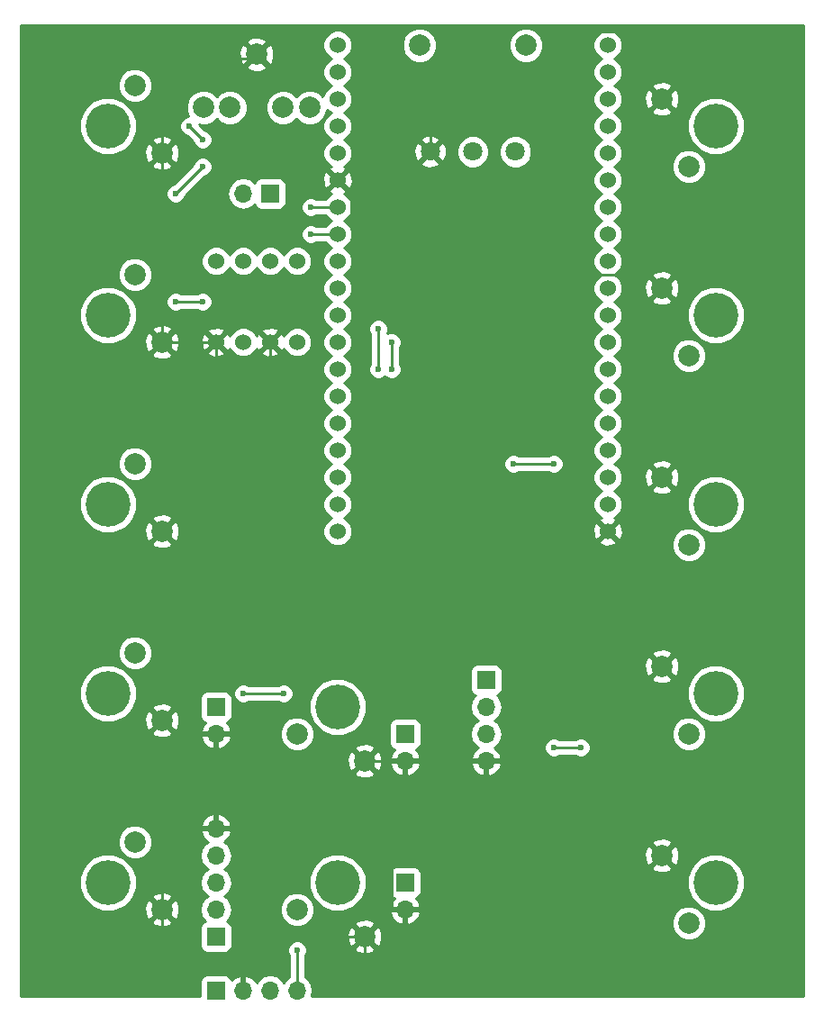
<source format=gbl>
G04 #@! TF.FileFunction,Copper,L2,Bot,Signal*
%FSLAX46Y46*%
G04 Gerber Fmt 4.6, Leading zero omitted, Abs format (unit mm)*
G04 Created by KiCad (PCBNEW 4.0.1-stable) date 2020/07/15 22:51:45*
%MOMM*%
G01*
G04 APERTURE LIST*
%ADD10C,0.100000*%
%ADD11C,2.000000*%
%ADD12C,1.800000*%
%ADD13C,1.524000*%
%ADD14C,4.200000*%
%ADD15R,1.700000X1.700000*%
%ADD16O,1.700000X1.700000*%
%ADD17C,0.600000*%
%ADD18C,0.250000*%
%ADD19C,0.254000*%
G04 APERTURE END LIST*
D10*
D11*
X158670000Y-62270000D03*
D12*
X157670000Y-72270000D03*
X153670000Y-72270000D03*
X149670000Y-72270000D03*
D11*
X148670000Y-62270000D03*
D13*
X140970000Y-85090000D03*
X166370000Y-85090000D03*
X140970000Y-87630000D03*
X140970000Y-90170000D03*
X140970000Y-92710000D03*
X140970000Y-95250000D03*
X140970000Y-97790000D03*
X140970000Y-82550000D03*
X140970000Y-80010000D03*
X140970000Y-77470000D03*
X140970000Y-74930000D03*
X140970000Y-72390000D03*
X140970000Y-69850000D03*
X140970000Y-67310000D03*
X140970000Y-100330000D03*
X140970000Y-102870000D03*
X140970000Y-64770000D03*
X140970000Y-105410000D03*
X140970000Y-107950000D03*
X140970000Y-62230000D03*
X166370000Y-62230000D03*
X166370000Y-64770000D03*
X166370000Y-67310000D03*
X166370000Y-69850000D03*
X166370000Y-72390000D03*
X166370000Y-74930000D03*
X166370000Y-77470000D03*
X166370000Y-80010000D03*
X166370000Y-82550000D03*
X166370000Y-87630000D03*
X166370000Y-90170000D03*
X166370000Y-92710000D03*
X166370000Y-95250000D03*
X166370000Y-97790000D03*
X166370000Y-100330000D03*
X166370000Y-102870000D03*
X166370000Y-105410000D03*
X166370000Y-107950000D03*
D11*
X121920000Y-66040000D03*
X124460000Y-72390000D03*
D14*
X119380000Y-69850000D03*
D15*
X129540000Y-151130000D03*
D16*
X132080000Y-151130000D03*
X134620000Y-151130000D03*
X137160000Y-151130000D03*
D15*
X134620000Y-76200000D03*
D16*
X132080000Y-76200000D03*
D11*
X133350000Y-63120000D03*
X138350000Y-68120000D03*
X135850000Y-68120000D03*
X130850000Y-68120000D03*
X128350000Y-68120000D03*
X121920000Y-83820000D03*
X124460000Y-90170000D03*
D14*
X119380000Y-87630000D03*
D11*
X121920000Y-101600000D03*
X124460000Y-107950000D03*
D14*
X119380000Y-105410000D03*
D11*
X121920000Y-119380000D03*
X124460000Y-125730000D03*
D14*
X119380000Y-123190000D03*
D11*
X121920000Y-137160000D03*
X124460000Y-143510000D03*
D14*
X119380000Y-140970000D03*
D11*
X173990000Y-73660000D03*
X171450000Y-67310000D03*
D14*
X176530000Y-69850000D03*
D11*
X173990000Y-91440000D03*
X171450000Y-85090000D03*
D14*
X176530000Y-87630000D03*
D11*
X173990000Y-109220000D03*
X171450000Y-102870000D03*
D14*
X176530000Y-105410000D03*
D11*
X173990000Y-127000000D03*
X171450000Y-120650000D03*
D14*
X176530000Y-123190000D03*
D11*
X173990000Y-144780000D03*
X171450000Y-138430000D03*
D14*
X176530000Y-140970000D03*
D11*
X137160000Y-143510000D03*
X143510000Y-146050000D03*
D14*
X140970000Y-140970000D03*
D11*
X137160000Y-127000000D03*
X143510000Y-129540000D03*
D14*
X140970000Y-124460000D03*
D15*
X129540000Y-124460000D03*
D16*
X129540000Y-127000000D03*
D15*
X147320000Y-127000000D03*
D16*
X147320000Y-129540000D03*
D15*
X147320000Y-140970000D03*
D16*
X147320000Y-143510000D03*
D15*
X154940000Y-121920000D03*
D16*
X154940000Y-124460000D03*
X154940000Y-127000000D03*
X154940000Y-129540000D03*
D13*
X137160000Y-90170000D03*
X134620000Y-90170000D03*
X132080000Y-90170000D03*
X129540000Y-90170000D03*
X137160000Y-82550000D03*
X134620000Y-82550000D03*
X132080000Y-82550000D03*
X129540000Y-82550000D03*
D15*
X129540000Y-146050000D03*
D16*
X129540000Y-143510000D03*
X129540000Y-140970000D03*
X129540000Y-138430000D03*
X129540000Y-135890000D03*
D17*
X137160000Y-147320000D03*
X132080000Y-123190000D03*
X135890000Y-123190000D03*
X144780000Y-92710000D03*
X144780000Y-88900000D03*
X146050000Y-92710000D03*
X146050000Y-90170000D03*
X161290000Y-128270000D03*
X163830000Y-128270000D03*
X125730000Y-76200000D03*
X128270000Y-73660000D03*
X138430000Y-77470000D03*
X125730000Y-86360000D03*
X128270000Y-86360000D03*
X138430000Y-80010000D03*
X127000000Y-69850000D03*
X128270000Y-71120000D03*
X161290000Y-101600000D03*
X157480000Y-101600000D03*
D18*
X149670000Y-72270000D02*
X149670000Y-68770000D01*
X149670000Y-68770000D02*
X149860000Y-68580000D01*
X129540000Y-135890000D02*
X129540000Y-127000000D01*
X143510000Y-146050000D02*
X133350000Y-146050000D01*
X132080000Y-147320000D02*
X130810000Y-148590000D01*
X133350000Y-146050000D02*
X132080000Y-147320000D01*
X124460000Y-143510000D02*
X124460000Y-137160000D01*
X125730000Y-135890000D02*
X129540000Y-135890000D01*
X124460000Y-137160000D02*
X125730000Y-135890000D01*
X132080000Y-151130000D02*
X132080000Y-149860000D01*
X132080000Y-149860000D02*
X130810000Y-148590000D01*
X124460000Y-146050000D02*
X124460000Y-143510000D01*
X130810000Y-148590000D02*
X127000000Y-148590000D01*
X127000000Y-148590000D02*
X124460000Y-146050000D01*
X147320000Y-129540000D02*
X154940000Y-129540000D01*
X124460000Y-72390000D02*
X124460000Y-64770000D01*
X125730000Y-63500000D02*
X132970000Y-63500000D01*
X124460000Y-64770000D02*
X125730000Y-63500000D01*
X132970000Y-63500000D02*
X133350000Y-63120000D01*
X149670000Y-69730000D02*
X149670000Y-68770000D01*
X160020000Y-66040000D02*
X163830000Y-62230000D01*
X152400000Y-66040000D02*
X160020000Y-66040000D01*
X149670000Y-68770000D02*
X149860000Y-68580000D01*
X149860000Y-68580000D02*
X152400000Y-66040000D01*
X171450000Y-67310000D02*
X170180000Y-66040000D01*
X165100000Y-60960000D02*
X163830000Y-62230000D01*
X168910000Y-60960000D02*
X165100000Y-60960000D01*
X170180000Y-62230000D02*
X168910000Y-60960000D01*
X170180000Y-66040000D02*
X170180000Y-62230000D01*
X124460000Y-90170000D02*
X124460000Y-72390000D01*
X129540000Y-90170000D02*
X129540000Y-91440000D01*
X134620000Y-91440000D02*
X134620000Y-90170000D01*
X133350000Y-92710000D02*
X134620000Y-91440000D01*
X130810000Y-92710000D02*
X133350000Y-92710000D01*
X129540000Y-91440000D02*
X130810000Y-92710000D01*
X124460000Y-90170000D02*
X129540000Y-90170000D01*
X140970000Y-74930000D02*
X142240000Y-76200000D01*
X170180000Y-83820000D02*
X171450000Y-85090000D01*
X147320000Y-83820000D02*
X170180000Y-83820000D01*
X142240000Y-78740000D02*
X147320000Y-83820000D01*
X142240000Y-76200000D02*
X142240000Y-78740000D01*
X146050000Y-143510000D02*
X147320000Y-143510000D01*
X147320000Y-129540000D02*
X143510000Y-129540000D01*
X166370000Y-107950000D02*
X171450000Y-102870000D01*
X143510000Y-146050000D02*
X146050000Y-143510000D01*
X146050000Y-137160000D02*
X146050000Y-132080000D01*
X146050000Y-143510000D02*
X146050000Y-137160000D01*
X146050000Y-132080000D02*
X143510000Y-129540000D01*
X115570000Y-109220000D02*
X113030000Y-106680000D01*
X123190000Y-91440000D02*
X124460000Y-90170000D01*
X115570000Y-91440000D02*
X123190000Y-91440000D01*
X113030000Y-93980000D02*
X115570000Y-91440000D01*
X113030000Y-95250000D02*
X113030000Y-93980000D01*
X113030000Y-106680000D02*
X113030000Y-95250000D01*
X115570000Y-127000000D02*
X115570000Y-125730000D01*
X123190000Y-109220000D02*
X124460000Y-107950000D01*
X115570000Y-109220000D02*
X123190000Y-109220000D01*
X113030000Y-111760000D02*
X115570000Y-109220000D01*
X113030000Y-123190000D02*
X113030000Y-111760000D01*
X115570000Y-125730000D02*
X113030000Y-123190000D01*
X124460000Y-143510000D02*
X121920000Y-146050000D01*
X123190000Y-127000000D02*
X124460000Y-125730000D01*
X115570000Y-127000000D02*
X123190000Y-127000000D01*
X113030000Y-129540000D02*
X115570000Y-127000000D01*
X113030000Y-143510000D02*
X113030000Y-129540000D01*
X115570000Y-146050000D02*
X113030000Y-143510000D01*
X121920000Y-146050000D02*
X115570000Y-146050000D01*
X180340000Y-137160000D02*
X182880000Y-139700000D01*
X143510000Y-149860000D02*
X143510000Y-146050000D01*
X144780000Y-151130000D02*
X143510000Y-149860000D01*
X181610000Y-151130000D02*
X144780000Y-151130000D01*
X182880000Y-149860000D02*
X181610000Y-151130000D01*
X182880000Y-139700000D02*
X182880000Y-149860000D01*
X181610000Y-119380000D02*
X182880000Y-120650000D01*
X172720000Y-137160000D02*
X171450000Y-138430000D01*
X180340000Y-137160000D02*
X172720000Y-137160000D01*
X182880000Y-134620000D02*
X180340000Y-137160000D01*
X182880000Y-120650000D02*
X182880000Y-134620000D01*
X180340000Y-101600000D02*
X182880000Y-104140000D01*
X172720000Y-119380000D02*
X171450000Y-120650000D01*
X181610000Y-119380000D02*
X172720000Y-119380000D01*
X182880000Y-118110000D02*
X181610000Y-119380000D01*
X182880000Y-104140000D02*
X182880000Y-118110000D01*
X180340000Y-83820000D02*
X182880000Y-86360000D01*
X172720000Y-101600000D02*
X171450000Y-102870000D01*
X180340000Y-101600000D02*
X172720000Y-101600000D01*
X182880000Y-99060000D02*
X180340000Y-101600000D01*
X182880000Y-86360000D02*
X182880000Y-99060000D01*
X171450000Y-67310000D02*
X172720000Y-66040000D01*
X172720000Y-83820000D02*
X171450000Y-85090000D01*
X180340000Y-83820000D02*
X172720000Y-83820000D01*
X182880000Y-81280000D02*
X180340000Y-83820000D01*
X182880000Y-67310000D02*
X182880000Y-81280000D01*
X181610000Y-66040000D02*
X182880000Y-67310000D01*
X172720000Y-66040000D02*
X181610000Y-66040000D01*
X137160000Y-147320000D02*
X137160000Y-151130000D01*
X135890000Y-123190000D02*
X132080000Y-123190000D01*
X144780000Y-88900000D02*
X144780000Y-92710000D01*
X146050000Y-92710000D02*
X146050000Y-90170000D01*
X163830000Y-128270000D02*
X161290000Y-128270000D01*
X140970000Y-77470000D02*
X138430000Y-77470000D01*
X128270000Y-73660000D02*
X125730000Y-76200000D01*
X140970000Y-80010000D02*
X138430000Y-80010000D01*
X128270000Y-86360000D02*
X125730000Y-86360000D01*
X128270000Y-71120000D02*
X127000000Y-69850000D01*
X161290000Y-101600000D02*
X157480000Y-101600000D01*
D19*
G36*
X184710000Y-151690000D02*
X138539396Y-151690000D01*
X138645000Y-151159093D01*
X138645000Y-151100907D01*
X138531961Y-150532622D01*
X138210054Y-150050853D01*
X137920000Y-149857046D01*
X137920000Y-147882463D01*
X137952192Y-147850327D01*
X138094838Y-147506799D01*
X138095103Y-147202532D01*
X142537073Y-147202532D01*
X142635736Y-147469387D01*
X143245461Y-147695908D01*
X143895460Y-147671856D01*
X144384264Y-147469387D01*
X144482927Y-147202532D01*
X143510000Y-146229605D01*
X142537073Y-147202532D01*
X138095103Y-147202532D01*
X138095162Y-147134833D01*
X137953117Y-146791057D01*
X137690327Y-146527808D01*
X137346799Y-146385162D01*
X136974833Y-146384838D01*
X136631057Y-146526883D01*
X136367808Y-146789673D01*
X136225162Y-147133201D01*
X136224838Y-147505167D01*
X136366883Y-147848943D01*
X136400000Y-147882118D01*
X136400000Y-149857046D01*
X136109946Y-150050853D01*
X135890000Y-150380026D01*
X135670054Y-150050853D01*
X135188285Y-149728946D01*
X134620000Y-149615907D01*
X134051715Y-149728946D01*
X133569946Y-150050853D01*
X133342298Y-150391553D01*
X133275183Y-150248642D01*
X132846924Y-149858355D01*
X132436890Y-149688524D01*
X132207000Y-149809845D01*
X132207000Y-151003000D01*
X132227000Y-151003000D01*
X132227000Y-151257000D01*
X132207000Y-151257000D01*
X132207000Y-151277000D01*
X131953000Y-151277000D01*
X131953000Y-151257000D01*
X131933000Y-151257000D01*
X131933000Y-151003000D01*
X131953000Y-151003000D01*
X131953000Y-149809845D01*
X131723110Y-149688524D01*
X131313076Y-149858355D01*
X131010063Y-150134501D01*
X130993162Y-150044683D01*
X130854090Y-149828559D01*
X130641890Y-149683569D01*
X130390000Y-149632560D01*
X128690000Y-149632560D01*
X128454683Y-149676838D01*
X128238559Y-149815910D01*
X128093569Y-150028110D01*
X128042560Y-150280000D01*
X128042560Y-151690000D01*
X111200000Y-151690000D01*
X111200000Y-144662532D01*
X123487073Y-144662532D01*
X123585736Y-144929387D01*
X124195461Y-145155908D01*
X124845460Y-145131856D01*
X125334264Y-144929387D01*
X125432927Y-144662532D01*
X124460000Y-143689605D01*
X123487073Y-144662532D01*
X111200000Y-144662532D01*
X111200000Y-141511638D01*
X116644526Y-141511638D01*
X117060028Y-142517229D01*
X117828724Y-143287268D01*
X118833588Y-143704524D01*
X119921638Y-143705474D01*
X120927229Y-143289972D01*
X120971817Y-143245461D01*
X122814092Y-143245461D01*
X122838144Y-143895460D01*
X123040613Y-144384264D01*
X123307468Y-144482927D01*
X124280395Y-143510000D01*
X124639605Y-143510000D01*
X125612532Y-144482927D01*
X125879387Y-144384264D01*
X126105908Y-143774539D01*
X126081856Y-143124540D01*
X125879387Y-142635736D01*
X125612532Y-142537073D01*
X124639605Y-143510000D01*
X124280395Y-143510000D01*
X123307468Y-142537073D01*
X123040613Y-142635736D01*
X122814092Y-143245461D01*
X120971817Y-143245461D01*
X121697268Y-142521276D01*
X121765287Y-142357468D01*
X123487073Y-142357468D01*
X124460000Y-143330395D01*
X125432927Y-142357468D01*
X125334264Y-142090613D01*
X124724539Y-141864092D01*
X124074540Y-141888144D01*
X123585736Y-142090613D01*
X123487073Y-142357468D01*
X121765287Y-142357468D01*
X122114524Y-141516412D01*
X122115474Y-140428362D01*
X121699972Y-139422771D01*
X120931276Y-138652732D01*
X119926412Y-138235476D01*
X118838362Y-138234526D01*
X117832771Y-138650028D01*
X117062732Y-139418724D01*
X116645476Y-140423588D01*
X116644526Y-141511638D01*
X111200000Y-141511638D01*
X111200000Y-137483795D01*
X120284716Y-137483795D01*
X120533106Y-138084943D01*
X120992637Y-138545278D01*
X121593352Y-138794716D01*
X122243795Y-138795284D01*
X122844943Y-138546894D01*
X122962041Y-138430000D01*
X128025907Y-138430000D01*
X128138946Y-138998285D01*
X128460853Y-139480054D01*
X128790026Y-139700000D01*
X128460853Y-139919946D01*
X128138946Y-140401715D01*
X128025907Y-140970000D01*
X128138946Y-141538285D01*
X128460853Y-142020054D01*
X128790026Y-142240000D01*
X128460853Y-142459946D01*
X128138946Y-142941715D01*
X128025907Y-143510000D01*
X128138946Y-144078285D01*
X128460853Y-144560054D01*
X128502452Y-144587850D01*
X128454683Y-144596838D01*
X128238559Y-144735910D01*
X128093569Y-144948110D01*
X128042560Y-145200000D01*
X128042560Y-146900000D01*
X128086838Y-147135317D01*
X128225910Y-147351441D01*
X128438110Y-147496431D01*
X128690000Y-147547440D01*
X130390000Y-147547440D01*
X130625317Y-147503162D01*
X130841441Y-147364090D01*
X130986431Y-147151890D01*
X131037440Y-146900000D01*
X131037440Y-145785461D01*
X141864092Y-145785461D01*
X141888144Y-146435460D01*
X142090613Y-146924264D01*
X142357468Y-147022927D01*
X143330395Y-146050000D01*
X143689605Y-146050000D01*
X144662532Y-147022927D01*
X144929387Y-146924264D01*
X145155908Y-146314539D01*
X145131856Y-145664540D01*
X144929387Y-145175736D01*
X144734808Y-145103795D01*
X172354716Y-145103795D01*
X172603106Y-145704943D01*
X173062637Y-146165278D01*
X173663352Y-146414716D01*
X174313795Y-146415284D01*
X174914943Y-146166894D01*
X175375278Y-145707363D01*
X175624716Y-145106648D01*
X175625284Y-144456205D01*
X175376894Y-143855057D01*
X174917363Y-143394722D01*
X174316648Y-143145284D01*
X173666205Y-143144716D01*
X173065057Y-143393106D01*
X172604722Y-143852637D01*
X172355284Y-144453352D01*
X172354716Y-145103795D01*
X144734808Y-145103795D01*
X144662532Y-145077073D01*
X143689605Y-146050000D01*
X143330395Y-146050000D01*
X142357468Y-145077073D01*
X142090613Y-145175736D01*
X141864092Y-145785461D01*
X131037440Y-145785461D01*
X131037440Y-145200000D01*
X130993162Y-144964683D01*
X130854090Y-144748559D01*
X130641890Y-144603569D01*
X130574459Y-144589914D01*
X130619147Y-144560054D01*
X130941054Y-144078285D01*
X130989686Y-143833795D01*
X135524716Y-143833795D01*
X135773106Y-144434943D01*
X136232637Y-144895278D01*
X136833352Y-145144716D01*
X137483795Y-145145284D01*
X138083553Y-144897468D01*
X142537073Y-144897468D01*
X143510000Y-145870395D01*
X144482927Y-144897468D01*
X144384264Y-144630613D01*
X143774539Y-144404092D01*
X143124540Y-144428144D01*
X142635736Y-144630613D01*
X142537073Y-144897468D01*
X138083553Y-144897468D01*
X138084943Y-144896894D01*
X138545278Y-144437363D01*
X138782158Y-143866890D01*
X145878524Y-143866890D01*
X146048355Y-144276924D01*
X146438642Y-144705183D01*
X146963108Y-144951486D01*
X147193000Y-144830819D01*
X147193000Y-143637000D01*
X147447000Y-143637000D01*
X147447000Y-144830819D01*
X147676892Y-144951486D01*
X148201358Y-144705183D01*
X148591645Y-144276924D01*
X148761476Y-143866890D01*
X148640155Y-143637000D01*
X147447000Y-143637000D01*
X147193000Y-143637000D01*
X145999845Y-143637000D01*
X145878524Y-143866890D01*
X138782158Y-143866890D01*
X138794716Y-143836648D01*
X138795284Y-143186205D01*
X138546894Y-142585057D01*
X138087363Y-142124722D01*
X137486648Y-141875284D01*
X136836205Y-141874716D01*
X136235057Y-142123106D01*
X135774722Y-142582637D01*
X135525284Y-143183352D01*
X135524716Y-143833795D01*
X130989686Y-143833795D01*
X131054093Y-143510000D01*
X130941054Y-142941715D01*
X130619147Y-142459946D01*
X130289974Y-142240000D01*
X130619147Y-142020054D01*
X130941054Y-141538285D01*
X130946354Y-141511638D01*
X138234526Y-141511638D01*
X138650028Y-142517229D01*
X139418724Y-143287268D01*
X140423588Y-143704524D01*
X141511638Y-143705474D01*
X142517229Y-143289972D01*
X143287268Y-142521276D01*
X143704524Y-141516412D01*
X143705474Y-140428362D01*
X143578062Y-140120000D01*
X145822560Y-140120000D01*
X145822560Y-141820000D01*
X145866838Y-142055317D01*
X146005910Y-142271441D01*
X146218110Y-142416431D01*
X146326107Y-142438301D01*
X146048355Y-142743076D01*
X145878524Y-143153110D01*
X145999845Y-143383000D01*
X147193000Y-143383000D01*
X147193000Y-143363000D01*
X147447000Y-143363000D01*
X147447000Y-143383000D01*
X148640155Y-143383000D01*
X148761476Y-143153110D01*
X148591645Y-142743076D01*
X148315499Y-142440063D01*
X148405317Y-142423162D01*
X148621441Y-142284090D01*
X148766431Y-142071890D01*
X148817440Y-141820000D01*
X148817440Y-141511638D01*
X173794526Y-141511638D01*
X174210028Y-142517229D01*
X174978724Y-143287268D01*
X175983588Y-143704524D01*
X177071638Y-143705474D01*
X178077229Y-143289972D01*
X178847268Y-142521276D01*
X179264524Y-141516412D01*
X179265474Y-140428362D01*
X178849972Y-139422771D01*
X178081276Y-138652732D01*
X177076412Y-138235476D01*
X175988362Y-138234526D01*
X174982771Y-138650028D01*
X174212732Y-139418724D01*
X173795476Y-140423588D01*
X173794526Y-141511638D01*
X148817440Y-141511638D01*
X148817440Y-140120000D01*
X148773162Y-139884683D01*
X148634090Y-139668559D01*
X148508186Y-139582532D01*
X170477073Y-139582532D01*
X170575736Y-139849387D01*
X171185461Y-140075908D01*
X171835460Y-140051856D01*
X172324264Y-139849387D01*
X172422927Y-139582532D01*
X171450000Y-138609605D01*
X170477073Y-139582532D01*
X148508186Y-139582532D01*
X148421890Y-139523569D01*
X148170000Y-139472560D01*
X146470000Y-139472560D01*
X146234683Y-139516838D01*
X146018559Y-139655910D01*
X145873569Y-139868110D01*
X145822560Y-140120000D01*
X143578062Y-140120000D01*
X143289972Y-139422771D01*
X142521276Y-138652732D01*
X141516412Y-138235476D01*
X140428362Y-138234526D01*
X139422771Y-138650028D01*
X138652732Y-139418724D01*
X138235476Y-140423588D01*
X138234526Y-141511638D01*
X130946354Y-141511638D01*
X131054093Y-140970000D01*
X130941054Y-140401715D01*
X130619147Y-139919946D01*
X130289974Y-139700000D01*
X130619147Y-139480054D01*
X130941054Y-138998285D01*
X131054093Y-138430000D01*
X131001473Y-138165461D01*
X169804092Y-138165461D01*
X169828144Y-138815460D01*
X170030613Y-139304264D01*
X170297468Y-139402927D01*
X171270395Y-138430000D01*
X171629605Y-138430000D01*
X172602532Y-139402927D01*
X172869387Y-139304264D01*
X173095908Y-138694539D01*
X173071856Y-138044540D01*
X172869387Y-137555736D01*
X172602532Y-137457073D01*
X171629605Y-138430000D01*
X171270395Y-138430000D01*
X170297468Y-137457073D01*
X170030613Y-137555736D01*
X169804092Y-138165461D01*
X131001473Y-138165461D01*
X130941054Y-137861715D01*
X130619147Y-137379946D01*
X130465778Y-137277468D01*
X170477073Y-137277468D01*
X171450000Y-138250395D01*
X172422927Y-137277468D01*
X172324264Y-137010613D01*
X171714539Y-136784092D01*
X171064540Y-136808144D01*
X170575736Y-137010613D01*
X170477073Y-137277468D01*
X130465778Y-137277468D01*
X130278447Y-137152298D01*
X130421358Y-137085183D01*
X130811645Y-136656924D01*
X130981476Y-136246890D01*
X130860155Y-136017000D01*
X129667000Y-136017000D01*
X129667000Y-136037000D01*
X129413000Y-136037000D01*
X129413000Y-136017000D01*
X128219845Y-136017000D01*
X128098524Y-136246890D01*
X128268355Y-136656924D01*
X128658642Y-137085183D01*
X128801553Y-137152298D01*
X128460853Y-137379946D01*
X128138946Y-137861715D01*
X128025907Y-138430000D01*
X122962041Y-138430000D01*
X123305278Y-138087363D01*
X123554716Y-137486648D01*
X123555284Y-136836205D01*
X123306894Y-136235057D01*
X122847363Y-135774722D01*
X122265496Y-135533110D01*
X128098524Y-135533110D01*
X128219845Y-135763000D01*
X129413000Y-135763000D01*
X129413000Y-134569181D01*
X129667000Y-134569181D01*
X129667000Y-135763000D01*
X130860155Y-135763000D01*
X130981476Y-135533110D01*
X130811645Y-135123076D01*
X130421358Y-134694817D01*
X129896892Y-134448514D01*
X129667000Y-134569181D01*
X129413000Y-134569181D01*
X129183108Y-134448514D01*
X128658642Y-134694817D01*
X128268355Y-135123076D01*
X128098524Y-135533110D01*
X122265496Y-135533110D01*
X122246648Y-135525284D01*
X121596205Y-135524716D01*
X120995057Y-135773106D01*
X120534722Y-136232637D01*
X120285284Y-136833352D01*
X120284716Y-137483795D01*
X111200000Y-137483795D01*
X111200000Y-130692532D01*
X142537073Y-130692532D01*
X142635736Y-130959387D01*
X143245461Y-131185908D01*
X143895460Y-131161856D01*
X144384264Y-130959387D01*
X144482927Y-130692532D01*
X143510000Y-129719605D01*
X142537073Y-130692532D01*
X111200000Y-130692532D01*
X111200000Y-129275461D01*
X141864092Y-129275461D01*
X141888144Y-129925460D01*
X142090613Y-130414264D01*
X142357468Y-130512927D01*
X143330395Y-129540000D01*
X143689605Y-129540000D01*
X144662532Y-130512927D01*
X144929387Y-130414264D01*
X145121598Y-129896890D01*
X145878524Y-129896890D01*
X146048355Y-130306924D01*
X146438642Y-130735183D01*
X146963108Y-130981486D01*
X147193000Y-130860819D01*
X147193000Y-129667000D01*
X147447000Y-129667000D01*
X147447000Y-130860819D01*
X147676892Y-130981486D01*
X148201358Y-130735183D01*
X148591645Y-130306924D01*
X148761476Y-129896890D01*
X153498524Y-129896890D01*
X153668355Y-130306924D01*
X154058642Y-130735183D01*
X154583108Y-130981486D01*
X154813000Y-130860819D01*
X154813000Y-129667000D01*
X155067000Y-129667000D01*
X155067000Y-130860819D01*
X155296892Y-130981486D01*
X155821358Y-130735183D01*
X156211645Y-130306924D01*
X156381476Y-129896890D01*
X156260155Y-129667000D01*
X155067000Y-129667000D01*
X154813000Y-129667000D01*
X153619845Y-129667000D01*
X153498524Y-129896890D01*
X148761476Y-129896890D01*
X148640155Y-129667000D01*
X147447000Y-129667000D01*
X147193000Y-129667000D01*
X145999845Y-129667000D01*
X145878524Y-129896890D01*
X145121598Y-129896890D01*
X145155908Y-129804539D01*
X145131856Y-129154540D01*
X144929387Y-128665736D01*
X144662532Y-128567073D01*
X143689605Y-129540000D01*
X143330395Y-129540000D01*
X142357468Y-128567073D01*
X142090613Y-128665736D01*
X141864092Y-129275461D01*
X111200000Y-129275461D01*
X111200000Y-126882532D01*
X123487073Y-126882532D01*
X123585736Y-127149387D01*
X124195461Y-127375908D01*
X124709417Y-127356890D01*
X128098524Y-127356890D01*
X128268355Y-127766924D01*
X128658642Y-128195183D01*
X129183108Y-128441486D01*
X129413000Y-128320819D01*
X129413000Y-127127000D01*
X129667000Y-127127000D01*
X129667000Y-128320819D01*
X129896892Y-128441486D01*
X130421358Y-128195183D01*
X130811645Y-127766924D01*
X130981476Y-127356890D01*
X130964011Y-127323795D01*
X135524716Y-127323795D01*
X135773106Y-127924943D01*
X136232637Y-128385278D01*
X136833352Y-128634716D01*
X137483795Y-128635284D01*
X138083553Y-128387468D01*
X142537073Y-128387468D01*
X143510000Y-129360395D01*
X144482927Y-128387468D01*
X144384264Y-128120613D01*
X143774539Y-127894092D01*
X143124540Y-127918144D01*
X142635736Y-128120613D01*
X142537073Y-128387468D01*
X138083553Y-128387468D01*
X138084943Y-128386894D01*
X138545278Y-127927363D01*
X138794716Y-127326648D01*
X138795284Y-126676205D01*
X138546894Y-126075057D01*
X138087363Y-125614722D01*
X137486648Y-125365284D01*
X136836205Y-125364716D01*
X136235057Y-125613106D01*
X135774722Y-126072637D01*
X135525284Y-126673352D01*
X135524716Y-127323795D01*
X130964011Y-127323795D01*
X130860155Y-127127000D01*
X129667000Y-127127000D01*
X129413000Y-127127000D01*
X128219845Y-127127000D01*
X128098524Y-127356890D01*
X124709417Y-127356890D01*
X124845460Y-127351856D01*
X125334264Y-127149387D01*
X125432927Y-126882532D01*
X124460000Y-125909605D01*
X123487073Y-126882532D01*
X111200000Y-126882532D01*
X111200000Y-123731638D01*
X116644526Y-123731638D01*
X117060028Y-124737229D01*
X117828724Y-125507268D01*
X118833588Y-125924524D01*
X119921638Y-125925474D01*
X120927229Y-125509972D01*
X120971817Y-125465461D01*
X122814092Y-125465461D01*
X122838144Y-126115460D01*
X123040613Y-126604264D01*
X123307468Y-126702927D01*
X124280395Y-125730000D01*
X124639605Y-125730000D01*
X125612532Y-126702927D01*
X125879387Y-126604264D01*
X126105908Y-125994539D01*
X126081856Y-125344540D01*
X125879387Y-124855736D01*
X125612532Y-124757073D01*
X124639605Y-125730000D01*
X124280395Y-125730000D01*
X123307468Y-124757073D01*
X123040613Y-124855736D01*
X122814092Y-125465461D01*
X120971817Y-125465461D01*
X121697268Y-124741276D01*
X121765287Y-124577468D01*
X123487073Y-124577468D01*
X124460000Y-125550395D01*
X125432927Y-124577468D01*
X125334264Y-124310613D01*
X124724539Y-124084092D01*
X124074540Y-124108144D01*
X123585736Y-124310613D01*
X123487073Y-124577468D01*
X121765287Y-124577468D01*
X122114524Y-123736412D01*
X122114634Y-123610000D01*
X128042560Y-123610000D01*
X128042560Y-125310000D01*
X128086838Y-125545317D01*
X128225910Y-125761441D01*
X128438110Y-125906431D01*
X128546107Y-125928301D01*
X128268355Y-126233076D01*
X128098524Y-126643110D01*
X128219845Y-126873000D01*
X129413000Y-126873000D01*
X129413000Y-126853000D01*
X129667000Y-126853000D01*
X129667000Y-126873000D01*
X130860155Y-126873000D01*
X130981476Y-126643110D01*
X130811645Y-126233076D01*
X130535499Y-125930063D01*
X130625317Y-125913162D01*
X130841441Y-125774090D01*
X130986431Y-125561890D01*
X131037440Y-125310000D01*
X131037440Y-125001638D01*
X138234526Y-125001638D01*
X138650028Y-126007229D01*
X139418724Y-126777268D01*
X140423588Y-127194524D01*
X141511638Y-127195474D01*
X142517229Y-126779972D01*
X143148301Y-126150000D01*
X145822560Y-126150000D01*
X145822560Y-127850000D01*
X145866838Y-128085317D01*
X146005910Y-128301441D01*
X146218110Y-128446431D01*
X146326107Y-128468301D01*
X146048355Y-128773076D01*
X145878524Y-129183110D01*
X145999845Y-129413000D01*
X147193000Y-129413000D01*
X147193000Y-129393000D01*
X147447000Y-129393000D01*
X147447000Y-129413000D01*
X148640155Y-129413000D01*
X148761476Y-129183110D01*
X148591645Y-128773076D01*
X148315499Y-128470063D01*
X148405317Y-128453162D01*
X148621441Y-128314090D01*
X148766431Y-128101890D01*
X148817440Y-127850000D01*
X148817440Y-126150000D01*
X148773162Y-125914683D01*
X148634090Y-125698559D01*
X148421890Y-125553569D01*
X148170000Y-125502560D01*
X146470000Y-125502560D01*
X146234683Y-125546838D01*
X146018559Y-125685910D01*
X145873569Y-125898110D01*
X145822560Y-126150000D01*
X143148301Y-126150000D01*
X143287268Y-126011276D01*
X143704524Y-125006412D01*
X143705001Y-124460000D01*
X153425907Y-124460000D01*
X153538946Y-125028285D01*
X153860853Y-125510054D01*
X154190026Y-125730000D01*
X153860853Y-125949946D01*
X153538946Y-126431715D01*
X153425907Y-127000000D01*
X153538946Y-127568285D01*
X153860853Y-128050054D01*
X154201553Y-128277702D01*
X154058642Y-128344817D01*
X153668355Y-128773076D01*
X153498524Y-129183110D01*
X153619845Y-129413000D01*
X154813000Y-129413000D01*
X154813000Y-129393000D01*
X155067000Y-129393000D01*
X155067000Y-129413000D01*
X156260155Y-129413000D01*
X156381476Y-129183110D01*
X156211645Y-128773076D01*
X155921924Y-128455167D01*
X160354838Y-128455167D01*
X160496883Y-128798943D01*
X160759673Y-129062192D01*
X161103201Y-129204838D01*
X161475167Y-129205162D01*
X161818943Y-129063117D01*
X161852118Y-129030000D01*
X163267537Y-129030000D01*
X163299673Y-129062192D01*
X163643201Y-129204838D01*
X164015167Y-129205162D01*
X164358943Y-129063117D01*
X164622192Y-128800327D01*
X164764838Y-128456799D01*
X164765162Y-128084833D01*
X164623117Y-127741057D01*
X164360327Y-127477808D01*
X164016799Y-127335162D01*
X163644833Y-127334838D01*
X163301057Y-127476883D01*
X163267882Y-127510000D01*
X161852463Y-127510000D01*
X161820327Y-127477808D01*
X161476799Y-127335162D01*
X161104833Y-127334838D01*
X160761057Y-127476883D01*
X160497808Y-127739673D01*
X160355162Y-128083201D01*
X160354838Y-128455167D01*
X155921924Y-128455167D01*
X155821358Y-128344817D01*
X155678447Y-128277702D01*
X156019147Y-128050054D01*
X156341054Y-127568285D01*
X156389686Y-127323795D01*
X172354716Y-127323795D01*
X172603106Y-127924943D01*
X173062637Y-128385278D01*
X173663352Y-128634716D01*
X174313795Y-128635284D01*
X174914943Y-128386894D01*
X175375278Y-127927363D01*
X175624716Y-127326648D01*
X175625284Y-126676205D01*
X175376894Y-126075057D01*
X174917363Y-125614722D01*
X174316648Y-125365284D01*
X173666205Y-125364716D01*
X173065057Y-125613106D01*
X172604722Y-126072637D01*
X172355284Y-126673352D01*
X172354716Y-127323795D01*
X156389686Y-127323795D01*
X156454093Y-127000000D01*
X156341054Y-126431715D01*
X156019147Y-125949946D01*
X155689974Y-125730000D01*
X156019147Y-125510054D01*
X156341054Y-125028285D01*
X156454093Y-124460000D01*
X156341054Y-123891715D01*
X156234095Y-123731638D01*
X173794526Y-123731638D01*
X174210028Y-124737229D01*
X174978724Y-125507268D01*
X175983588Y-125924524D01*
X177071638Y-125925474D01*
X178077229Y-125509972D01*
X178847268Y-124741276D01*
X179264524Y-123736412D01*
X179265474Y-122648362D01*
X178849972Y-121642771D01*
X178081276Y-120872732D01*
X177076412Y-120455476D01*
X175988362Y-120454526D01*
X174982771Y-120870028D01*
X174212732Y-121638724D01*
X173795476Y-122643588D01*
X173794526Y-123731638D01*
X156234095Y-123731638D01*
X156019147Y-123409946D01*
X155977548Y-123382150D01*
X156025317Y-123373162D01*
X156241441Y-123234090D01*
X156386431Y-123021890D01*
X156437440Y-122770000D01*
X156437440Y-121802532D01*
X170477073Y-121802532D01*
X170575736Y-122069387D01*
X171185461Y-122295908D01*
X171835460Y-122271856D01*
X172324264Y-122069387D01*
X172422927Y-121802532D01*
X171450000Y-120829605D01*
X170477073Y-121802532D01*
X156437440Y-121802532D01*
X156437440Y-121070000D01*
X156393162Y-120834683D01*
X156254090Y-120618559D01*
X156041890Y-120473569D01*
X155790000Y-120422560D01*
X154090000Y-120422560D01*
X153854683Y-120466838D01*
X153638559Y-120605910D01*
X153493569Y-120818110D01*
X153442560Y-121070000D01*
X153442560Y-122770000D01*
X153486838Y-123005317D01*
X153625910Y-123221441D01*
X153838110Y-123366431D01*
X153905541Y-123380086D01*
X153860853Y-123409946D01*
X153538946Y-123891715D01*
X153425907Y-124460000D01*
X143705001Y-124460000D01*
X143705474Y-123918362D01*
X143289972Y-122912771D01*
X142521276Y-122142732D01*
X141516412Y-121725476D01*
X140428362Y-121724526D01*
X139422771Y-122140028D01*
X138652732Y-122908724D01*
X138235476Y-123913588D01*
X138234526Y-125001638D01*
X131037440Y-125001638D01*
X131037440Y-123610000D01*
X130993254Y-123375167D01*
X131144838Y-123375167D01*
X131286883Y-123718943D01*
X131549673Y-123982192D01*
X131893201Y-124124838D01*
X132265167Y-124125162D01*
X132608943Y-123983117D01*
X132642118Y-123950000D01*
X135327537Y-123950000D01*
X135359673Y-123982192D01*
X135703201Y-124124838D01*
X136075167Y-124125162D01*
X136418943Y-123983117D01*
X136682192Y-123720327D01*
X136824838Y-123376799D01*
X136825162Y-123004833D01*
X136683117Y-122661057D01*
X136420327Y-122397808D01*
X136076799Y-122255162D01*
X135704833Y-122254838D01*
X135361057Y-122396883D01*
X135327882Y-122430000D01*
X132642463Y-122430000D01*
X132610327Y-122397808D01*
X132266799Y-122255162D01*
X131894833Y-122254838D01*
X131551057Y-122396883D01*
X131287808Y-122659673D01*
X131145162Y-123003201D01*
X131144838Y-123375167D01*
X130993254Y-123375167D01*
X130993162Y-123374683D01*
X130854090Y-123158559D01*
X130641890Y-123013569D01*
X130390000Y-122962560D01*
X128690000Y-122962560D01*
X128454683Y-123006838D01*
X128238559Y-123145910D01*
X128093569Y-123358110D01*
X128042560Y-123610000D01*
X122114634Y-123610000D01*
X122115474Y-122648362D01*
X121699972Y-121642771D01*
X120931276Y-120872732D01*
X119926412Y-120455476D01*
X118838362Y-120454526D01*
X117832771Y-120870028D01*
X117062732Y-121638724D01*
X116645476Y-122643588D01*
X116644526Y-123731638D01*
X111200000Y-123731638D01*
X111200000Y-119703795D01*
X120284716Y-119703795D01*
X120533106Y-120304943D01*
X120992637Y-120765278D01*
X121593352Y-121014716D01*
X122243795Y-121015284D01*
X122844943Y-120766894D01*
X123227043Y-120385461D01*
X169804092Y-120385461D01*
X169828144Y-121035460D01*
X170030613Y-121524264D01*
X170297468Y-121622927D01*
X171270395Y-120650000D01*
X171629605Y-120650000D01*
X172602532Y-121622927D01*
X172869387Y-121524264D01*
X173095908Y-120914539D01*
X173071856Y-120264540D01*
X172869387Y-119775736D01*
X172602532Y-119677073D01*
X171629605Y-120650000D01*
X171270395Y-120650000D01*
X170297468Y-119677073D01*
X170030613Y-119775736D01*
X169804092Y-120385461D01*
X123227043Y-120385461D01*
X123305278Y-120307363D01*
X123554716Y-119706648D01*
X123554898Y-119497468D01*
X170477073Y-119497468D01*
X171450000Y-120470395D01*
X172422927Y-119497468D01*
X172324264Y-119230613D01*
X171714539Y-119004092D01*
X171064540Y-119028144D01*
X170575736Y-119230613D01*
X170477073Y-119497468D01*
X123554898Y-119497468D01*
X123555284Y-119056205D01*
X123306894Y-118455057D01*
X122847363Y-117994722D01*
X122246648Y-117745284D01*
X121596205Y-117744716D01*
X120995057Y-117993106D01*
X120534722Y-118452637D01*
X120285284Y-119053352D01*
X120284716Y-119703795D01*
X111200000Y-119703795D01*
X111200000Y-109102532D01*
X123487073Y-109102532D01*
X123585736Y-109369387D01*
X124195461Y-109595908D01*
X124845460Y-109571856D01*
X124913205Y-109543795D01*
X172354716Y-109543795D01*
X172603106Y-110144943D01*
X173062637Y-110605278D01*
X173663352Y-110854716D01*
X174313795Y-110855284D01*
X174914943Y-110606894D01*
X175375278Y-110147363D01*
X175624716Y-109546648D01*
X175625284Y-108896205D01*
X175376894Y-108295057D01*
X174917363Y-107834722D01*
X174316648Y-107585284D01*
X173666205Y-107584716D01*
X173065057Y-107833106D01*
X172604722Y-108292637D01*
X172355284Y-108893352D01*
X172354716Y-109543795D01*
X124913205Y-109543795D01*
X125334264Y-109369387D01*
X125432927Y-109102532D01*
X124460000Y-108129605D01*
X123487073Y-109102532D01*
X111200000Y-109102532D01*
X111200000Y-105951638D01*
X116644526Y-105951638D01*
X117060028Y-106957229D01*
X117828724Y-107727268D01*
X118833588Y-108144524D01*
X119921638Y-108145474D01*
X120927229Y-107729972D01*
X120971817Y-107685461D01*
X122814092Y-107685461D01*
X122838144Y-108335460D01*
X123040613Y-108824264D01*
X123307468Y-108922927D01*
X124280395Y-107950000D01*
X124639605Y-107950000D01*
X125612532Y-108922927D01*
X125879387Y-108824264D01*
X126105908Y-108214539D01*
X126081856Y-107564540D01*
X125879387Y-107075736D01*
X125612532Y-106977073D01*
X124639605Y-107950000D01*
X124280395Y-107950000D01*
X123307468Y-106977073D01*
X123040613Y-107075736D01*
X122814092Y-107685461D01*
X120971817Y-107685461D01*
X121697268Y-106961276D01*
X121765287Y-106797468D01*
X123487073Y-106797468D01*
X124460000Y-107770395D01*
X125432927Y-106797468D01*
X125334264Y-106530613D01*
X124724539Y-106304092D01*
X124074540Y-106328144D01*
X123585736Y-106530613D01*
X123487073Y-106797468D01*
X121765287Y-106797468D01*
X122114524Y-105956412D01*
X122115474Y-104868362D01*
X121699972Y-103862771D01*
X120931276Y-103092732D01*
X119926412Y-102675476D01*
X118838362Y-102674526D01*
X117832771Y-103090028D01*
X117062732Y-103858724D01*
X116645476Y-104863588D01*
X116644526Y-105951638D01*
X111200000Y-105951638D01*
X111200000Y-101923795D01*
X120284716Y-101923795D01*
X120533106Y-102524943D01*
X120992637Y-102985278D01*
X121593352Y-103234716D01*
X122243795Y-103235284D01*
X122844943Y-102986894D01*
X123305278Y-102527363D01*
X123554716Y-101926648D01*
X123555284Y-101276205D01*
X123306894Y-100675057D01*
X122847363Y-100214722D01*
X122246648Y-99965284D01*
X121596205Y-99964716D01*
X120995057Y-100213106D01*
X120534722Y-100672637D01*
X120285284Y-101273352D01*
X120284716Y-101923795D01*
X111200000Y-101923795D01*
X111200000Y-91322532D01*
X123487073Y-91322532D01*
X123585736Y-91589387D01*
X124195461Y-91815908D01*
X124845460Y-91791856D01*
X125334264Y-91589387D01*
X125432927Y-91322532D01*
X125260608Y-91150213D01*
X128739392Y-91150213D01*
X128808857Y-91392397D01*
X129332302Y-91579144D01*
X129887368Y-91551362D01*
X130271143Y-91392397D01*
X130340608Y-91150213D01*
X129540000Y-90349605D01*
X128739392Y-91150213D01*
X125260608Y-91150213D01*
X124460000Y-90349605D01*
X123487073Y-91322532D01*
X111200000Y-91322532D01*
X111200000Y-88171638D01*
X116644526Y-88171638D01*
X117060028Y-89177229D01*
X117828724Y-89947268D01*
X118833588Y-90364524D01*
X119921638Y-90365474D01*
X120927229Y-89949972D01*
X120971817Y-89905461D01*
X122814092Y-89905461D01*
X122838144Y-90555460D01*
X123040613Y-91044264D01*
X123307468Y-91142927D01*
X124280395Y-90170000D01*
X124639605Y-90170000D01*
X125612532Y-91142927D01*
X125879387Y-91044264D01*
X126105908Y-90434539D01*
X126088434Y-89962302D01*
X128130856Y-89962302D01*
X128158638Y-90517368D01*
X128317603Y-90901143D01*
X128559787Y-90970608D01*
X129360395Y-90170000D01*
X129719605Y-90170000D01*
X130520213Y-90970608D01*
X130762397Y-90901143D01*
X130812509Y-90760682D01*
X130894990Y-90960303D01*
X131287630Y-91353629D01*
X131800900Y-91566757D01*
X132356661Y-91567242D01*
X132870303Y-91355010D01*
X133075457Y-91150213D01*
X133819392Y-91150213D01*
X133888857Y-91392397D01*
X134412302Y-91579144D01*
X134967368Y-91551362D01*
X135351143Y-91392397D01*
X135420608Y-91150213D01*
X134620000Y-90349605D01*
X133819392Y-91150213D01*
X133075457Y-91150213D01*
X133263629Y-90962370D01*
X133343395Y-90770273D01*
X133397603Y-90901143D01*
X133639787Y-90970608D01*
X134440395Y-90170000D01*
X134799605Y-90170000D01*
X135600213Y-90970608D01*
X135842397Y-90901143D01*
X135892509Y-90760682D01*
X135974990Y-90960303D01*
X136367630Y-91353629D01*
X136880900Y-91566757D01*
X137436661Y-91567242D01*
X137950303Y-91355010D01*
X138343629Y-90962370D01*
X138556757Y-90449100D01*
X138557242Y-89893339D01*
X138345010Y-89379697D01*
X137952370Y-88986371D01*
X137439100Y-88773243D01*
X136883339Y-88772758D01*
X136369697Y-88984990D01*
X135976371Y-89377630D01*
X135896605Y-89569727D01*
X135842397Y-89438857D01*
X135600213Y-89369392D01*
X134799605Y-90170000D01*
X134440395Y-90170000D01*
X133639787Y-89369392D01*
X133397603Y-89438857D01*
X133347491Y-89579318D01*
X133265010Y-89379697D01*
X133075432Y-89189787D01*
X133819392Y-89189787D01*
X134620000Y-89990395D01*
X135420608Y-89189787D01*
X135351143Y-88947603D01*
X134827698Y-88760856D01*
X134272632Y-88788638D01*
X133888857Y-88947603D01*
X133819392Y-89189787D01*
X133075432Y-89189787D01*
X132872370Y-88986371D01*
X132359100Y-88773243D01*
X131803339Y-88772758D01*
X131289697Y-88984990D01*
X130896371Y-89377630D01*
X130816605Y-89569727D01*
X130762397Y-89438857D01*
X130520213Y-89369392D01*
X129719605Y-90170000D01*
X129360395Y-90170000D01*
X128559787Y-89369392D01*
X128317603Y-89438857D01*
X128130856Y-89962302D01*
X126088434Y-89962302D01*
X126081856Y-89784540D01*
X125879387Y-89295736D01*
X125612532Y-89197073D01*
X124639605Y-90170000D01*
X124280395Y-90170000D01*
X123307468Y-89197073D01*
X123040613Y-89295736D01*
X122814092Y-89905461D01*
X120971817Y-89905461D01*
X121697268Y-89181276D01*
X121765287Y-89017468D01*
X123487073Y-89017468D01*
X124460000Y-89990395D01*
X125260608Y-89189787D01*
X128739392Y-89189787D01*
X129540000Y-89990395D01*
X130340608Y-89189787D01*
X130271143Y-88947603D01*
X129747698Y-88760856D01*
X129192632Y-88788638D01*
X128808857Y-88947603D01*
X128739392Y-89189787D01*
X125260608Y-89189787D01*
X125432927Y-89017468D01*
X125334264Y-88750613D01*
X124724539Y-88524092D01*
X124074540Y-88548144D01*
X123585736Y-88750613D01*
X123487073Y-89017468D01*
X121765287Y-89017468D01*
X122114524Y-88176412D01*
X122115474Y-87088362D01*
X121891031Y-86545167D01*
X124794838Y-86545167D01*
X124936883Y-86888943D01*
X125199673Y-87152192D01*
X125543201Y-87294838D01*
X125915167Y-87295162D01*
X126258943Y-87153117D01*
X126292118Y-87120000D01*
X127707537Y-87120000D01*
X127739673Y-87152192D01*
X128083201Y-87294838D01*
X128455167Y-87295162D01*
X128798943Y-87153117D01*
X129062192Y-86890327D01*
X129204838Y-86546799D01*
X129205162Y-86174833D01*
X129063117Y-85831057D01*
X128800327Y-85567808D01*
X128456799Y-85425162D01*
X128084833Y-85424838D01*
X127741057Y-85566883D01*
X127707882Y-85600000D01*
X126292463Y-85600000D01*
X126260327Y-85567808D01*
X125916799Y-85425162D01*
X125544833Y-85424838D01*
X125201057Y-85566883D01*
X124937808Y-85829673D01*
X124795162Y-86173201D01*
X124794838Y-86545167D01*
X121891031Y-86545167D01*
X121699972Y-86082771D01*
X120931276Y-85312732D01*
X119926412Y-84895476D01*
X118838362Y-84894526D01*
X117832771Y-85310028D01*
X117062732Y-86078724D01*
X116645476Y-87083588D01*
X116644526Y-88171638D01*
X111200000Y-88171638D01*
X111200000Y-84143795D01*
X120284716Y-84143795D01*
X120533106Y-84744943D01*
X120992637Y-85205278D01*
X121593352Y-85454716D01*
X122243795Y-85455284D01*
X122844943Y-85206894D01*
X123305278Y-84747363D01*
X123554716Y-84146648D01*
X123555284Y-83496205D01*
X123306894Y-82895057D01*
X123238618Y-82826661D01*
X128142758Y-82826661D01*
X128354990Y-83340303D01*
X128747630Y-83733629D01*
X129260900Y-83946757D01*
X129816661Y-83947242D01*
X130330303Y-83735010D01*
X130723629Y-83342370D01*
X130809949Y-83134488D01*
X130894990Y-83340303D01*
X131287630Y-83733629D01*
X131800900Y-83946757D01*
X132356661Y-83947242D01*
X132870303Y-83735010D01*
X133263629Y-83342370D01*
X133349949Y-83134488D01*
X133434990Y-83340303D01*
X133827630Y-83733629D01*
X134340900Y-83946757D01*
X134896661Y-83947242D01*
X135410303Y-83735010D01*
X135803629Y-83342370D01*
X135889949Y-83134488D01*
X135974990Y-83340303D01*
X136367630Y-83733629D01*
X136880900Y-83946757D01*
X137436661Y-83947242D01*
X137950303Y-83735010D01*
X138343629Y-83342370D01*
X138556757Y-82829100D01*
X138557242Y-82273339D01*
X138345010Y-81759697D01*
X137952370Y-81366371D01*
X137439100Y-81153243D01*
X136883339Y-81152758D01*
X136369697Y-81364990D01*
X135976371Y-81757630D01*
X135890051Y-81965512D01*
X135805010Y-81759697D01*
X135412370Y-81366371D01*
X134899100Y-81153243D01*
X134343339Y-81152758D01*
X133829697Y-81364990D01*
X133436371Y-81757630D01*
X133350051Y-81965512D01*
X133265010Y-81759697D01*
X132872370Y-81366371D01*
X132359100Y-81153243D01*
X131803339Y-81152758D01*
X131289697Y-81364990D01*
X130896371Y-81757630D01*
X130810051Y-81965512D01*
X130725010Y-81759697D01*
X130332370Y-81366371D01*
X129819100Y-81153243D01*
X129263339Y-81152758D01*
X128749697Y-81364990D01*
X128356371Y-81757630D01*
X128143243Y-82270900D01*
X128142758Y-82826661D01*
X123238618Y-82826661D01*
X122847363Y-82434722D01*
X122246648Y-82185284D01*
X121596205Y-82184716D01*
X120995057Y-82433106D01*
X120534722Y-82892637D01*
X120285284Y-83493352D01*
X120284716Y-84143795D01*
X111200000Y-84143795D01*
X111200000Y-76385167D01*
X124794838Y-76385167D01*
X124936883Y-76728943D01*
X125199673Y-76992192D01*
X125543201Y-77134838D01*
X125915167Y-77135162D01*
X126258943Y-76993117D01*
X126522192Y-76730327D01*
X126664838Y-76386799D01*
X126664879Y-76339923D01*
X126833895Y-76170907D01*
X130595000Y-76170907D01*
X130595000Y-76229093D01*
X130708039Y-76797378D01*
X131029946Y-77279147D01*
X131511715Y-77601054D01*
X132080000Y-77714093D01*
X132648285Y-77601054D01*
X133130054Y-77279147D01*
X133157850Y-77237548D01*
X133166838Y-77285317D01*
X133305910Y-77501441D01*
X133518110Y-77646431D01*
X133770000Y-77697440D01*
X135470000Y-77697440D01*
X135694661Y-77655167D01*
X137494838Y-77655167D01*
X137636883Y-77998943D01*
X137899673Y-78262192D01*
X138243201Y-78404838D01*
X138615167Y-78405162D01*
X138958943Y-78263117D01*
X138992118Y-78230000D01*
X139772469Y-78230000D01*
X139784990Y-78260303D01*
X140177630Y-78653629D01*
X140385512Y-78739949D01*
X140179697Y-78824990D01*
X139786371Y-79217630D01*
X139772930Y-79250000D01*
X138992463Y-79250000D01*
X138960327Y-79217808D01*
X138616799Y-79075162D01*
X138244833Y-79074838D01*
X137901057Y-79216883D01*
X137637808Y-79479673D01*
X137495162Y-79823201D01*
X137494838Y-80195167D01*
X137636883Y-80538943D01*
X137899673Y-80802192D01*
X138243201Y-80944838D01*
X138615167Y-80945162D01*
X138958943Y-80803117D01*
X138992118Y-80770000D01*
X139772469Y-80770000D01*
X139784990Y-80800303D01*
X140177630Y-81193629D01*
X140385512Y-81279949D01*
X140179697Y-81364990D01*
X139786371Y-81757630D01*
X139573243Y-82270900D01*
X139572758Y-82826661D01*
X139784990Y-83340303D01*
X140177630Y-83733629D01*
X140385512Y-83819949D01*
X140179697Y-83904990D01*
X139786371Y-84297630D01*
X139573243Y-84810900D01*
X139572758Y-85366661D01*
X139784990Y-85880303D01*
X140177630Y-86273629D01*
X140385512Y-86359949D01*
X140179697Y-86444990D01*
X139786371Y-86837630D01*
X139573243Y-87350900D01*
X139572758Y-87906661D01*
X139784990Y-88420303D01*
X140177630Y-88813629D01*
X140385512Y-88899949D01*
X140179697Y-88984990D01*
X139786371Y-89377630D01*
X139573243Y-89890900D01*
X139572758Y-90446661D01*
X139784990Y-90960303D01*
X140177630Y-91353629D01*
X140385512Y-91439949D01*
X140179697Y-91524990D01*
X139786371Y-91917630D01*
X139573243Y-92430900D01*
X139572758Y-92986661D01*
X139784990Y-93500303D01*
X140177630Y-93893629D01*
X140385512Y-93979949D01*
X140179697Y-94064990D01*
X139786371Y-94457630D01*
X139573243Y-94970900D01*
X139572758Y-95526661D01*
X139784990Y-96040303D01*
X140177630Y-96433629D01*
X140385512Y-96519949D01*
X140179697Y-96604990D01*
X139786371Y-96997630D01*
X139573243Y-97510900D01*
X139572758Y-98066661D01*
X139784990Y-98580303D01*
X140177630Y-98973629D01*
X140385512Y-99059949D01*
X140179697Y-99144990D01*
X139786371Y-99537630D01*
X139573243Y-100050900D01*
X139572758Y-100606661D01*
X139784990Y-101120303D01*
X140177630Y-101513629D01*
X140385512Y-101599949D01*
X140179697Y-101684990D01*
X139786371Y-102077630D01*
X139573243Y-102590900D01*
X139572758Y-103146661D01*
X139784990Y-103660303D01*
X140177630Y-104053629D01*
X140385512Y-104139949D01*
X140179697Y-104224990D01*
X139786371Y-104617630D01*
X139573243Y-105130900D01*
X139572758Y-105686661D01*
X139784990Y-106200303D01*
X140177630Y-106593629D01*
X140385512Y-106679949D01*
X140179697Y-106764990D01*
X139786371Y-107157630D01*
X139573243Y-107670900D01*
X139572758Y-108226661D01*
X139784990Y-108740303D01*
X140177630Y-109133629D01*
X140690900Y-109346757D01*
X141246661Y-109347242D01*
X141760303Y-109135010D01*
X141965457Y-108930213D01*
X165569392Y-108930213D01*
X165638857Y-109172397D01*
X166162302Y-109359144D01*
X166717368Y-109331362D01*
X167101143Y-109172397D01*
X167170608Y-108930213D01*
X166370000Y-108129605D01*
X165569392Y-108930213D01*
X141965457Y-108930213D01*
X142153629Y-108742370D01*
X142366757Y-108229100D01*
X142367181Y-107742302D01*
X164960856Y-107742302D01*
X164988638Y-108297368D01*
X165147603Y-108681143D01*
X165389787Y-108750608D01*
X166190395Y-107950000D01*
X166549605Y-107950000D01*
X167350213Y-108750608D01*
X167592397Y-108681143D01*
X167779144Y-108157698D01*
X167751362Y-107602632D01*
X167592397Y-107218857D01*
X167350213Y-107149392D01*
X166549605Y-107950000D01*
X166190395Y-107950000D01*
X165389787Y-107149392D01*
X165147603Y-107218857D01*
X164960856Y-107742302D01*
X142367181Y-107742302D01*
X142367242Y-107673339D01*
X142155010Y-107159697D01*
X141762370Y-106766371D01*
X141554488Y-106680051D01*
X141760303Y-106595010D01*
X142153629Y-106202370D01*
X142366757Y-105689100D01*
X142367242Y-105133339D01*
X142155010Y-104619697D01*
X141762370Y-104226371D01*
X141554488Y-104140051D01*
X141760303Y-104055010D01*
X142153629Y-103662370D01*
X142366757Y-103149100D01*
X142367242Y-102593339D01*
X142155010Y-102079697D01*
X141860994Y-101785167D01*
X156544838Y-101785167D01*
X156686883Y-102128943D01*
X156949673Y-102392192D01*
X157293201Y-102534838D01*
X157665167Y-102535162D01*
X158008943Y-102393117D01*
X158042118Y-102360000D01*
X160727537Y-102360000D01*
X160759673Y-102392192D01*
X161103201Y-102534838D01*
X161475167Y-102535162D01*
X161818943Y-102393117D01*
X162082192Y-102130327D01*
X162224838Y-101786799D01*
X162225162Y-101414833D01*
X162083117Y-101071057D01*
X161820327Y-100807808D01*
X161476799Y-100665162D01*
X161104833Y-100664838D01*
X160761057Y-100806883D01*
X160727882Y-100840000D01*
X158042463Y-100840000D01*
X158010327Y-100807808D01*
X157666799Y-100665162D01*
X157294833Y-100664838D01*
X156951057Y-100806883D01*
X156687808Y-101069673D01*
X156545162Y-101413201D01*
X156544838Y-101785167D01*
X141860994Y-101785167D01*
X141762370Y-101686371D01*
X141554488Y-101600051D01*
X141760303Y-101515010D01*
X142153629Y-101122370D01*
X142366757Y-100609100D01*
X142367242Y-100053339D01*
X142155010Y-99539697D01*
X141762370Y-99146371D01*
X141554488Y-99060051D01*
X141760303Y-98975010D01*
X142153629Y-98582370D01*
X142366757Y-98069100D01*
X142367242Y-97513339D01*
X142155010Y-96999697D01*
X141762370Y-96606371D01*
X141554488Y-96520051D01*
X141760303Y-96435010D01*
X142153629Y-96042370D01*
X142366757Y-95529100D01*
X142367242Y-94973339D01*
X142155010Y-94459697D01*
X141762370Y-94066371D01*
X141554488Y-93980051D01*
X141760303Y-93895010D01*
X142153629Y-93502370D01*
X142366757Y-92989100D01*
X142367242Y-92433339D01*
X142155010Y-91919697D01*
X141762370Y-91526371D01*
X141554488Y-91440051D01*
X141760303Y-91355010D01*
X142153629Y-90962370D01*
X142366757Y-90449100D01*
X142367242Y-89893339D01*
X142155010Y-89379697D01*
X141860994Y-89085167D01*
X143844838Y-89085167D01*
X143986883Y-89428943D01*
X144020000Y-89462118D01*
X144020000Y-92147537D01*
X143987808Y-92179673D01*
X143845162Y-92523201D01*
X143844838Y-92895167D01*
X143986883Y-93238943D01*
X144249673Y-93502192D01*
X144593201Y-93644838D01*
X144965167Y-93645162D01*
X145308943Y-93503117D01*
X145414954Y-93397290D01*
X145519673Y-93502192D01*
X145863201Y-93644838D01*
X146235167Y-93645162D01*
X146578943Y-93503117D01*
X146842192Y-93240327D01*
X146984838Y-92896799D01*
X146985162Y-92524833D01*
X146843117Y-92181057D01*
X146810000Y-92147882D01*
X146810000Y-90732463D01*
X146842192Y-90700327D01*
X146984838Y-90356799D01*
X146985162Y-89984833D01*
X146843117Y-89641057D01*
X146580327Y-89377808D01*
X146236799Y-89235162D01*
X145864833Y-89234838D01*
X145609570Y-89340310D01*
X145714838Y-89086799D01*
X145715162Y-88714833D01*
X145573117Y-88371057D01*
X145310327Y-88107808D01*
X144966799Y-87965162D01*
X144594833Y-87964838D01*
X144251057Y-88106883D01*
X143987808Y-88369673D01*
X143845162Y-88713201D01*
X143844838Y-89085167D01*
X141860994Y-89085167D01*
X141762370Y-88986371D01*
X141554488Y-88900051D01*
X141760303Y-88815010D01*
X142153629Y-88422370D01*
X142366757Y-87909100D01*
X142367242Y-87353339D01*
X142155010Y-86839697D01*
X141762370Y-86446371D01*
X141554488Y-86360051D01*
X141760303Y-86275010D01*
X142153629Y-85882370D01*
X142366757Y-85369100D01*
X142367242Y-84813339D01*
X142155010Y-84299697D01*
X141762370Y-83906371D01*
X141554488Y-83820051D01*
X141760303Y-83735010D01*
X142153629Y-83342370D01*
X142366757Y-82829100D01*
X142367242Y-82273339D01*
X142155010Y-81759697D01*
X141762370Y-81366371D01*
X141554488Y-81280051D01*
X141760303Y-81195010D01*
X142153629Y-80802370D01*
X142366757Y-80289100D01*
X142367242Y-79733339D01*
X142155010Y-79219697D01*
X141762370Y-78826371D01*
X141554488Y-78740051D01*
X141760303Y-78655010D01*
X142153629Y-78262370D01*
X142366757Y-77749100D01*
X142367242Y-77193339D01*
X142155010Y-76679697D01*
X141762370Y-76286371D01*
X141570273Y-76206605D01*
X141701143Y-76152397D01*
X141770608Y-75910213D01*
X140970000Y-75109605D01*
X140169392Y-75910213D01*
X140238857Y-76152397D01*
X140379318Y-76202509D01*
X140179697Y-76284990D01*
X139786371Y-76677630D01*
X139772930Y-76710000D01*
X138992463Y-76710000D01*
X138960327Y-76677808D01*
X138616799Y-76535162D01*
X138244833Y-76534838D01*
X137901057Y-76676883D01*
X137637808Y-76939673D01*
X137495162Y-77283201D01*
X137494838Y-77655167D01*
X135694661Y-77655167D01*
X135705317Y-77653162D01*
X135921441Y-77514090D01*
X136066431Y-77301890D01*
X136117440Y-77050000D01*
X136117440Y-75350000D01*
X136073162Y-75114683D01*
X135934090Y-74898559D01*
X135721890Y-74753569D01*
X135567489Y-74722302D01*
X139560856Y-74722302D01*
X139588638Y-75277368D01*
X139747603Y-75661143D01*
X139989787Y-75730608D01*
X140790395Y-74930000D01*
X141149605Y-74930000D01*
X141950213Y-75730608D01*
X142192397Y-75661143D01*
X142379144Y-75137698D01*
X142351362Y-74582632D01*
X142192397Y-74198857D01*
X141950213Y-74129392D01*
X141149605Y-74930000D01*
X140790395Y-74930000D01*
X139989787Y-74129392D01*
X139747603Y-74198857D01*
X139560856Y-74722302D01*
X135567489Y-74722302D01*
X135470000Y-74702560D01*
X133770000Y-74702560D01*
X133534683Y-74746838D01*
X133318559Y-74885910D01*
X133173569Y-75098110D01*
X133159914Y-75165541D01*
X133130054Y-75120853D01*
X132648285Y-74798946D01*
X132080000Y-74685907D01*
X131511715Y-74798946D01*
X131029946Y-75120853D01*
X130708039Y-75602622D01*
X130595000Y-76170907D01*
X126833895Y-76170907D01*
X128409680Y-74595122D01*
X128455167Y-74595162D01*
X128798943Y-74453117D01*
X129062192Y-74190327D01*
X129204838Y-73846799D01*
X129205162Y-73474833D01*
X129063117Y-73131057D01*
X128800327Y-72867808D01*
X128456799Y-72725162D01*
X128084833Y-72724838D01*
X127741057Y-72866883D01*
X127477808Y-73129673D01*
X127335162Y-73473201D01*
X127335121Y-73520077D01*
X125590320Y-75264878D01*
X125544833Y-75264838D01*
X125201057Y-75406883D01*
X124937808Y-75669673D01*
X124795162Y-76013201D01*
X124794838Y-76385167D01*
X111200000Y-76385167D01*
X111200000Y-73542532D01*
X123487073Y-73542532D01*
X123585736Y-73809387D01*
X124195461Y-74035908D01*
X124845460Y-74011856D01*
X125334264Y-73809387D01*
X125432927Y-73542532D01*
X124460000Y-72569605D01*
X123487073Y-73542532D01*
X111200000Y-73542532D01*
X111200000Y-70391638D01*
X116644526Y-70391638D01*
X117060028Y-71397229D01*
X117828724Y-72167268D01*
X118833588Y-72584524D01*
X119921638Y-72585474D01*
X120927229Y-72169972D01*
X120971817Y-72125461D01*
X122814092Y-72125461D01*
X122838144Y-72775460D01*
X123040613Y-73264264D01*
X123307468Y-73362927D01*
X124280395Y-72390000D01*
X124639605Y-72390000D01*
X125612532Y-73362927D01*
X125879387Y-73264264D01*
X126105908Y-72654539D01*
X126081856Y-72004540D01*
X125879387Y-71515736D01*
X125612532Y-71417073D01*
X124639605Y-72390000D01*
X124280395Y-72390000D01*
X123307468Y-71417073D01*
X123040613Y-71515736D01*
X122814092Y-72125461D01*
X120971817Y-72125461D01*
X121697268Y-71401276D01*
X121765287Y-71237468D01*
X123487073Y-71237468D01*
X124460000Y-72210395D01*
X125432927Y-71237468D01*
X125334264Y-70970613D01*
X124724539Y-70744092D01*
X124074540Y-70768144D01*
X123585736Y-70970613D01*
X123487073Y-71237468D01*
X121765287Y-71237468D01*
X122114524Y-70396412D01*
X122114839Y-70035167D01*
X126064838Y-70035167D01*
X126206883Y-70378943D01*
X126469673Y-70642192D01*
X126813201Y-70784838D01*
X126860077Y-70784879D01*
X127334878Y-71259680D01*
X127334838Y-71305167D01*
X127476883Y-71648943D01*
X127739673Y-71912192D01*
X128083201Y-72054838D01*
X128455167Y-72055162D01*
X128798943Y-71913117D01*
X129062192Y-71650327D01*
X129204838Y-71306799D01*
X129205162Y-70934833D01*
X129063117Y-70591057D01*
X128800327Y-70327808D01*
X128456799Y-70185162D01*
X128409923Y-70185121D01*
X127948392Y-69723590D01*
X128023352Y-69754716D01*
X128673795Y-69755284D01*
X129274943Y-69506894D01*
X129600164Y-69182241D01*
X129922637Y-69505278D01*
X130523352Y-69754716D01*
X131173795Y-69755284D01*
X131774943Y-69506894D01*
X132235278Y-69047363D01*
X132484716Y-68446648D01*
X132484718Y-68443795D01*
X134214716Y-68443795D01*
X134463106Y-69044943D01*
X134922637Y-69505278D01*
X135523352Y-69754716D01*
X136173795Y-69755284D01*
X136774943Y-69506894D01*
X137100164Y-69182241D01*
X137422637Y-69505278D01*
X138023352Y-69754716D01*
X138673795Y-69755284D01*
X139274943Y-69506894D01*
X139735278Y-69047363D01*
X139984716Y-68446648D01*
X139984844Y-68300506D01*
X140177630Y-68493629D01*
X140385512Y-68579949D01*
X140179697Y-68664990D01*
X139786371Y-69057630D01*
X139573243Y-69570900D01*
X139572758Y-70126661D01*
X139784990Y-70640303D01*
X140177630Y-71033629D01*
X140385512Y-71119949D01*
X140179697Y-71204990D01*
X139786371Y-71597630D01*
X139573243Y-72110900D01*
X139572758Y-72666661D01*
X139784990Y-73180303D01*
X140177630Y-73573629D01*
X140369727Y-73653395D01*
X140238857Y-73707603D01*
X140169392Y-73949787D01*
X140970000Y-74750395D01*
X141770608Y-73949787D01*
X141701143Y-73707603D01*
X141560682Y-73657491D01*
X141760303Y-73575010D01*
X141985546Y-73350159D01*
X148769446Y-73350159D01*
X148855852Y-73606643D01*
X149429336Y-73816458D01*
X150039460Y-73790839D01*
X150484148Y-73606643D01*
X150570554Y-73350159D01*
X149670000Y-72449605D01*
X148769446Y-73350159D01*
X141985546Y-73350159D01*
X142153629Y-73182370D01*
X142366757Y-72669100D01*
X142367242Y-72113339D01*
X142332533Y-72029336D01*
X148123542Y-72029336D01*
X148149161Y-72639460D01*
X148333357Y-73084148D01*
X148589841Y-73170554D01*
X149490395Y-72270000D01*
X149849605Y-72270000D01*
X150750159Y-73170554D01*
X151006643Y-73084148D01*
X151193289Y-72573991D01*
X152134735Y-72573991D01*
X152367932Y-73138371D01*
X152799357Y-73570551D01*
X153363330Y-73804733D01*
X153973991Y-73805265D01*
X154538371Y-73572068D01*
X154970551Y-73140643D01*
X155204733Y-72576670D01*
X155204735Y-72573991D01*
X156134735Y-72573991D01*
X156367932Y-73138371D01*
X156799357Y-73570551D01*
X157363330Y-73804733D01*
X157973991Y-73805265D01*
X158538371Y-73572068D01*
X158970551Y-73140643D01*
X159204733Y-72576670D01*
X159205265Y-71966009D01*
X158972068Y-71401629D01*
X158540643Y-70969449D01*
X157976670Y-70735267D01*
X157366009Y-70734735D01*
X156801629Y-70967932D01*
X156369449Y-71399357D01*
X156135267Y-71963330D01*
X156134735Y-72573991D01*
X155204735Y-72573991D01*
X155205265Y-71966009D01*
X154972068Y-71401629D01*
X154540643Y-70969449D01*
X153976670Y-70735267D01*
X153366009Y-70734735D01*
X152801629Y-70967932D01*
X152369449Y-71399357D01*
X152135267Y-71963330D01*
X152134735Y-72573991D01*
X151193289Y-72573991D01*
X151216458Y-72510664D01*
X151190839Y-71900540D01*
X151006643Y-71455852D01*
X150750159Y-71369446D01*
X149849605Y-72270000D01*
X149490395Y-72270000D01*
X148589841Y-71369446D01*
X148333357Y-71455852D01*
X148123542Y-72029336D01*
X142332533Y-72029336D01*
X142155010Y-71599697D01*
X141762370Y-71206371D01*
X141722562Y-71189841D01*
X148769446Y-71189841D01*
X149670000Y-72090395D01*
X150570554Y-71189841D01*
X150484148Y-70933357D01*
X149910664Y-70723542D01*
X149300540Y-70749161D01*
X148855852Y-70933357D01*
X148769446Y-71189841D01*
X141722562Y-71189841D01*
X141554488Y-71120051D01*
X141760303Y-71035010D01*
X142153629Y-70642370D01*
X142366757Y-70129100D01*
X142367242Y-69573339D01*
X142155010Y-69059697D01*
X141762370Y-68666371D01*
X141554488Y-68580051D01*
X141760303Y-68495010D01*
X142153629Y-68102370D01*
X142366757Y-67589100D01*
X142367242Y-67033339D01*
X142155010Y-66519697D01*
X141762370Y-66126371D01*
X141554488Y-66040051D01*
X141760303Y-65955010D01*
X142153629Y-65562370D01*
X142366757Y-65049100D01*
X142367242Y-64493339D01*
X142155010Y-63979697D01*
X141762370Y-63586371D01*
X141554488Y-63500051D01*
X141760303Y-63415010D01*
X142153629Y-63022370D01*
X142331588Y-62593795D01*
X147034716Y-62593795D01*
X147283106Y-63194943D01*
X147742637Y-63655278D01*
X148343352Y-63904716D01*
X148993795Y-63905284D01*
X149594943Y-63656894D01*
X150055278Y-63197363D01*
X150304716Y-62596648D01*
X150304718Y-62593795D01*
X157034716Y-62593795D01*
X157283106Y-63194943D01*
X157742637Y-63655278D01*
X158343352Y-63904716D01*
X158993795Y-63905284D01*
X159594943Y-63656894D01*
X160055278Y-63197363D01*
X160304716Y-62596648D01*
X160304794Y-62506661D01*
X164972758Y-62506661D01*
X165184990Y-63020303D01*
X165577630Y-63413629D01*
X165785512Y-63499949D01*
X165579697Y-63584990D01*
X165186371Y-63977630D01*
X164973243Y-64490900D01*
X164972758Y-65046661D01*
X165184990Y-65560303D01*
X165577630Y-65953629D01*
X165785512Y-66039949D01*
X165579697Y-66124990D01*
X165186371Y-66517630D01*
X164973243Y-67030900D01*
X164972758Y-67586661D01*
X165184990Y-68100303D01*
X165577630Y-68493629D01*
X165785512Y-68579949D01*
X165579697Y-68664990D01*
X165186371Y-69057630D01*
X164973243Y-69570900D01*
X164972758Y-70126661D01*
X165184990Y-70640303D01*
X165577630Y-71033629D01*
X165785512Y-71119949D01*
X165579697Y-71204990D01*
X165186371Y-71597630D01*
X164973243Y-72110900D01*
X164972758Y-72666661D01*
X165184990Y-73180303D01*
X165577630Y-73573629D01*
X165785512Y-73659949D01*
X165579697Y-73744990D01*
X165186371Y-74137630D01*
X164973243Y-74650900D01*
X164972758Y-75206661D01*
X165184990Y-75720303D01*
X165577630Y-76113629D01*
X165785512Y-76199949D01*
X165579697Y-76284990D01*
X165186371Y-76677630D01*
X164973243Y-77190900D01*
X164972758Y-77746661D01*
X165184990Y-78260303D01*
X165577630Y-78653629D01*
X165785512Y-78739949D01*
X165579697Y-78824990D01*
X165186371Y-79217630D01*
X164973243Y-79730900D01*
X164972758Y-80286661D01*
X165184990Y-80800303D01*
X165577630Y-81193629D01*
X165785512Y-81279949D01*
X165579697Y-81364990D01*
X165186371Y-81757630D01*
X164973243Y-82270900D01*
X164972758Y-82826661D01*
X165184990Y-83340303D01*
X165577630Y-83733629D01*
X165785512Y-83819949D01*
X165579697Y-83904990D01*
X165186371Y-84297630D01*
X164973243Y-84810900D01*
X164972758Y-85366661D01*
X165184990Y-85880303D01*
X165577630Y-86273629D01*
X165785512Y-86359949D01*
X165579697Y-86444990D01*
X165186371Y-86837630D01*
X164973243Y-87350900D01*
X164972758Y-87906661D01*
X165184990Y-88420303D01*
X165577630Y-88813629D01*
X165785512Y-88899949D01*
X165579697Y-88984990D01*
X165186371Y-89377630D01*
X164973243Y-89890900D01*
X164972758Y-90446661D01*
X165184990Y-90960303D01*
X165577630Y-91353629D01*
X165785512Y-91439949D01*
X165579697Y-91524990D01*
X165186371Y-91917630D01*
X164973243Y-92430900D01*
X164972758Y-92986661D01*
X165184990Y-93500303D01*
X165577630Y-93893629D01*
X165785512Y-93979949D01*
X165579697Y-94064990D01*
X165186371Y-94457630D01*
X164973243Y-94970900D01*
X164972758Y-95526661D01*
X165184990Y-96040303D01*
X165577630Y-96433629D01*
X165785512Y-96519949D01*
X165579697Y-96604990D01*
X165186371Y-96997630D01*
X164973243Y-97510900D01*
X164972758Y-98066661D01*
X165184990Y-98580303D01*
X165577630Y-98973629D01*
X165785512Y-99059949D01*
X165579697Y-99144990D01*
X165186371Y-99537630D01*
X164973243Y-100050900D01*
X164972758Y-100606661D01*
X165184990Y-101120303D01*
X165577630Y-101513629D01*
X165785512Y-101599949D01*
X165579697Y-101684990D01*
X165186371Y-102077630D01*
X164973243Y-102590900D01*
X164972758Y-103146661D01*
X165184990Y-103660303D01*
X165577630Y-104053629D01*
X165785512Y-104139949D01*
X165579697Y-104224990D01*
X165186371Y-104617630D01*
X164973243Y-105130900D01*
X164972758Y-105686661D01*
X165184990Y-106200303D01*
X165577630Y-106593629D01*
X165769727Y-106673395D01*
X165638857Y-106727603D01*
X165569392Y-106969787D01*
X166370000Y-107770395D01*
X167170608Y-106969787D01*
X167101143Y-106727603D01*
X166960682Y-106677491D01*
X167160303Y-106595010D01*
X167553629Y-106202370D01*
X167657741Y-105951638D01*
X173794526Y-105951638D01*
X174210028Y-106957229D01*
X174978724Y-107727268D01*
X175983588Y-108144524D01*
X177071638Y-108145474D01*
X178077229Y-107729972D01*
X178847268Y-106961276D01*
X179264524Y-105956412D01*
X179265474Y-104868362D01*
X178849972Y-103862771D01*
X178081276Y-103092732D01*
X177076412Y-102675476D01*
X175988362Y-102674526D01*
X174982771Y-103090028D01*
X174212732Y-103858724D01*
X173795476Y-104863588D01*
X173794526Y-105951638D01*
X167657741Y-105951638D01*
X167766757Y-105689100D01*
X167767242Y-105133339D01*
X167555010Y-104619697D01*
X167162370Y-104226371D01*
X166954488Y-104140051D01*
X167160303Y-104055010D01*
X167192837Y-104022532D01*
X170477073Y-104022532D01*
X170575736Y-104289387D01*
X171185461Y-104515908D01*
X171835460Y-104491856D01*
X172324264Y-104289387D01*
X172422927Y-104022532D01*
X171450000Y-103049605D01*
X170477073Y-104022532D01*
X167192837Y-104022532D01*
X167553629Y-103662370D01*
X167766757Y-103149100D01*
X167767231Y-102605461D01*
X169804092Y-102605461D01*
X169828144Y-103255460D01*
X170030613Y-103744264D01*
X170297468Y-103842927D01*
X171270395Y-102870000D01*
X171629605Y-102870000D01*
X172602532Y-103842927D01*
X172869387Y-103744264D01*
X173095908Y-103134539D01*
X173071856Y-102484540D01*
X172869387Y-101995736D01*
X172602532Y-101897073D01*
X171629605Y-102870000D01*
X171270395Y-102870000D01*
X170297468Y-101897073D01*
X170030613Y-101995736D01*
X169804092Y-102605461D01*
X167767231Y-102605461D01*
X167767242Y-102593339D01*
X167555010Y-102079697D01*
X167193413Y-101717468D01*
X170477073Y-101717468D01*
X171450000Y-102690395D01*
X172422927Y-101717468D01*
X172324264Y-101450613D01*
X171714539Y-101224092D01*
X171064540Y-101248144D01*
X170575736Y-101450613D01*
X170477073Y-101717468D01*
X167193413Y-101717468D01*
X167162370Y-101686371D01*
X166954488Y-101600051D01*
X167160303Y-101515010D01*
X167553629Y-101122370D01*
X167766757Y-100609100D01*
X167767242Y-100053339D01*
X167555010Y-99539697D01*
X167162370Y-99146371D01*
X166954488Y-99060051D01*
X167160303Y-98975010D01*
X167553629Y-98582370D01*
X167766757Y-98069100D01*
X167767242Y-97513339D01*
X167555010Y-96999697D01*
X167162370Y-96606371D01*
X166954488Y-96520051D01*
X167160303Y-96435010D01*
X167553629Y-96042370D01*
X167766757Y-95529100D01*
X167767242Y-94973339D01*
X167555010Y-94459697D01*
X167162370Y-94066371D01*
X166954488Y-93980051D01*
X167160303Y-93895010D01*
X167553629Y-93502370D01*
X167766757Y-92989100D01*
X167767242Y-92433339D01*
X167555010Y-91919697D01*
X167399380Y-91763795D01*
X172354716Y-91763795D01*
X172603106Y-92364943D01*
X173062637Y-92825278D01*
X173663352Y-93074716D01*
X174313795Y-93075284D01*
X174914943Y-92826894D01*
X175375278Y-92367363D01*
X175624716Y-91766648D01*
X175625284Y-91116205D01*
X175376894Y-90515057D01*
X174917363Y-90054722D01*
X174316648Y-89805284D01*
X173666205Y-89804716D01*
X173065057Y-90053106D01*
X172604722Y-90512637D01*
X172355284Y-91113352D01*
X172354716Y-91763795D01*
X167399380Y-91763795D01*
X167162370Y-91526371D01*
X166954488Y-91440051D01*
X167160303Y-91355010D01*
X167553629Y-90962370D01*
X167766757Y-90449100D01*
X167767242Y-89893339D01*
X167555010Y-89379697D01*
X167162370Y-88986371D01*
X166954488Y-88900051D01*
X167160303Y-88815010D01*
X167553629Y-88422370D01*
X167657741Y-88171638D01*
X173794526Y-88171638D01*
X174210028Y-89177229D01*
X174978724Y-89947268D01*
X175983588Y-90364524D01*
X177071638Y-90365474D01*
X178077229Y-89949972D01*
X178847268Y-89181276D01*
X179264524Y-88176412D01*
X179265474Y-87088362D01*
X178849972Y-86082771D01*
X178081276Y-85312732D01*
X177076412Y-84895476D01*
X175988362Y-84894526D01*
X174982771Y-85310028D01*
X174212732Y-86078724D01*
X173795476Y-87083588D01*
X173794526Y-88171638D01*
X167657741Y-88171638D01*
X167766757Y-87909100D01*
X167767242Y-87353339D01*
X167555010Y-86839697D01*
X167162370Y-86446371D01*
X166954488Y-86360051D01*
X167160303Y-86275010D01*
X167192837Y-86242532D01*
X170477073Y-86242532D01*
X170575736Y-86509387D01*
X171185461Y-86735908D01*
X171835460Y-86711856D01*
X172324264Y-86509387D01*
X172422927Y-86242532D01*
X171450000Y-85269605D01*
X170477073Y-86242532D01*
X167192837Y-86242532D01*
X167553629Y-85882370D01*
X167766757Y-85369100D01*
X167767231Y-84825461D01*
X169804092Y-84825461D01*
X169828144Y-85475460D01*
X170030613Y-85964264D01*
X170297468Y-86062927D01*
X171270395Y-85090000D01*
X171629605Y-85090000D01*
X172602532Y-86062927D01*
X172869387Y-85964264D01*
X173095908Y-85354539D01*
X173071856Y-84704540D01*
X172869387Y-84215736D01*
X172602532Y-84117073D01*
X171629605Y-85090000D01*
X171270395Y-85090000D01*
X170297468Y-84117073D01*
X170030613Y-84215736D01*
X169804092Y-84825461D01*
X167767231Y-84825461D01*
X167767242Y-84813339D01*
X167555010Y-84299697D01*
X167193413Y-83937468D01*
X170477073Y-83937468D01*
X171450000Y-84910395D01*
X172422927Y-83937468D01*
X172324264Y-83670613D01*
X171714539Y-83444092D01*
X171064540Y-83468144D01*
X170575736Y-83670613D01*
X170477073Y-83937468D01*
X167193413Y-83937468D01*
X167162370Y-83906371D01*
X166954488Y-83820051D01*
X167160303Y-83735010D01*
X167553629Y-83342370D01*
X167766757Y-82829100D01*
X167767242Y-82273339D01*
X167555010Y-81759697D01*
X167162370Y-81366371D01*
X166954488Y-81280051D01*
X167160303Y-81195010D01*
X167553629Y-80802370D01*
X167766757Y-80289100D01*
X167767242Y-79733339D01*
X167555010Y-79219697D01*
X167162370Y-78826371D01*
X166954488Y-78740051D01*
X167160303Y-78655010D01*
X167553629Y-78262370D01*
X167766757Y-77749100D01*
X167767242Y-77193339D01*
X167555010Y-76679697D01*
X167162370Y-76286371D01*
X166954488Y-76200051D01*
X167160303Y-76115010D01*
X167553629Y-75722370D01*
X167766757Y-75209100D01*
X167767242Y-74653339D01*
X167555010Y-74139697D01*
X167399380Y-73983795D01*
X172354716Y-73983795D01*
X172603106Y-74584943D01*
X173062637Y-75045278D01*
X173663352Y-75294716D01*
X174313795Y-75295284D01*
X174914943Y-75046894D01*
X175375278Y-74587363D01*
X175624716Y-73986648D01*
X175625284Y-73336205D01*
X175376894Y-72735057D01*
X174917363Y-72274722D01*
X174316648Y-72025284D01*
X173666205Y-72024716D01*
X173065057Y-72273106D01*
X172604722Y-72732637D01*
X172355284Y-73333352D01*
X172354716Y-73983795D01*
X167399380Y-73983795D01*
X167162370Y-73746371D01*
X166954488Y-73660051D01*
X167160303Y-73575010D01*
X167553629Y-73182370D01*
X167766757Y-72669100D01*
X167767242Y-72113339D01*
X167555010Y-71599697D01*
X167162370Y-71206371D01*
X166954488Y-71120051D01*
X167160303Y-71035010D01*
X167553629Y-70642370D01*
X167657741Y-70391638D01*
X173794526Y-70391638D01*
X174210028Y-71397229D01*
X174978724Y-72167268D01*
X175983588Y-72584524D01*
X177071638Y-72585474D01*
X178077229Y-72169972D01*
X178847268Y-71401276D01*
X179264524Y-70396412D01*
X179265474Y-69308362D01*
X178849972Y-68302771D01*
X178081276Y-67532732D01*
X177076412Y-67115476D01*
X175988362Y-67114526D01*
X174982771Y-67530028D01*
X174212732Y-68298724D01*
X173795476Y-69303588D01*
X173794526Y-70391638D01*
X167657741Y-70391638D01*
X167766757Y-70129100D01*
X167767242Y-69573339D01*
X167555010Y-69059697D01*
X167162370Y-68666371D01*
X166954488Y-68580051D01*
X167160303Y-68495010D01*
X167192837Y-68462532D01*
X170477073Y-68462532D01*
X170575736Y-68729387D01*
X171185461Y-68955908D01*
X171835460Y-68931856D01*
X172324264Y-68729387D01*
X172422927Y-68462532D01*
X171450000Y-67489605D01*
X170477073Y-68462532D01*
X167192837Y-68462532D01*
X167553629Y-68102370D01*
X167766757Y-67589100D01*
X167767231Y-67045461D01*
X169804092Y-67045461D01*
X169828144Y-67695460D01*
X170030613Y-68184264D01*
X170297468Y-68282927D01*
X171270395Y-67310000D01*
X171629605Y-67310000D01*
X172602532Y-68282927D01*
X172869387Y-68184264D01*
X173095908Y-67574539D01*
X173071856Y-66924540D01*
X172869387Y-66435736D01*
X172602532Y-66337073D01*
X171629605Y-67310000D01*
X171270395Y-67310000D01*
X170297468Y-66337073D01*
X170030613Y-66435736D01*
X169804092Y-67045461D01*
X167767231Y-67045461D01*
X167767242Y-67033339D01*
X167555010Y-66519697D01*
X167193413Y-66157468D01*
X170477073Y-66157468D01*
X171450000Y-67130395D01*
X172422927Y-66157468D01*
X172324264Y-65890613D01*
X171714539Y-65664092D01*
X171064540Y-65688144D01*
X170575736Y-65890613D01*
X170477073Y-66157468D01*
X167193413Y-66157468D01*
X167162370Y-66126371D01*
X166954488Y-66040051D01*
X167160303Y-65955010D01*
X167553629Y-65562370D01*
X167766757Y-65049100D01*
X167767242Y-64493339D01*
X167555010Y-63979697D01*
X167162370Y-63586371D01*
X166954488Y-63500051D01*
X167160303Y-63415010D01*
X167553629Y-63022370D01*
X167766757Y-62509100D01*
X167767242Y-61953339D01*
X167555010Y-61439697D01*
X167162370Y-61046371D01*
X166649100Y-60833243D01*
X166093339Y-60832758D01*
X165579697Y-61044990D01*
X165186371Y-61437630D01*
X164973243Y-61950900D01*
X164972758Y-62506661D01*
X160304794Y-62506661D01*
X160305284Y-61946205D01*
X160056894Y-61345057D01*
X159597363Y-60884722D01*
X158996648Y-60635284D01*
X158346205Y-60634716D01*
X157745057Y-60883106D01*
X157284722Y-61342637D01*
X157035284Y-61943352D01*
X157034716Y-62593795D01*
X150304718Y-62593795D01*
X150305284Y-61946205D01*
X150056894Y-61345057D01*
X149597363Y-60884722D01*
X148996648Y-60635284D01*
X148346205Y-60634716D01*
X147745057Y-60883106D01*
X147284722Y-61342637D01*
X147035284Y-61943352D01*
X147034716Y-62593795D01*
X142331588Y-62593795D01*
X142366757Y-62509100D01*
X142367242Y-61953339D01*
X142155010Y-61439697D01*
X141762370Y-61046371D01*
X141249100Y-60833243D01*
X140693339Y-60832758D01*
X140179697Y-61044990D01*
X139786371Y-61437630D01*
X139573243Y-61950900D01*
X139572758Y-62506661D01*
X139784990Y-63020303D01*
X140177630Y-63413629D01*
X140385512Y-63499949D01*
X140179697Y-63584990D01*
X139786371Y-63977630D01*
X139573243Y-64490900D01*
X139572758Y-65046661D01*
X139784990Y-65560303D01*
X140177630Y-65953629D01*
X140385512Y-66039949D01*
X140179697Y-66124990D01*
X139786371Y-66517630D01*
X139573243Y-67030900D01*
X139573243Y-67031119D01*
X139277363Y-66734722D01*
X138676648Y-66485284D01*
X138026205Y-66484716D01*
X137425057Y-66733106D01*
X137099836Y-67057759D01*
X136777363Y-66734722D01*
X136176648Y-66485284D01*
X135526205Y-66484716D01*
X134925057Y-66733106D01*
X134464722Y-67192637D01*
X134215284Y-67793352D01*
X134214716Y-68443795D01*
X132484718Y-68443795D01*
X132485284Y-67796205D01*
X132236894Y-67195057D01*
X131777363Y-66734722D01*
X131176648Y-66485284D01*
X130526205Y-66484716D01*
X129925057Y-66733106D01*
X129599836Y-67057759D01*
X129277363Y-66734722D01*
X128676648Y-66485284D01*
X128026205Y-66484716D01*
X127425057Y-66733106D01*
X126964722Y-67192637D01*
X126715284Y-67793352D01*
X126714716Y-68443795D01*
X126909382Y-68914920D01*
X126814833Y-68914838D01*
X126471057Y-69056883D01*
X126207808Y-69319673D01*
X126065162Y-69663201D01*
X126064838Y-70035167D01*
X122114839Y-70035167D01*
X122115474Y-69308362D01*
X121699972Y-68302771D01*
X120931276Y-67532732D01*
X119926412Y-67115476D01*
X118838362Y-67114526D01*
X117832771Y-67530028D01*
X117062732Y-68298724D01*
X116645476Y-69303588D01*
X116644526Y-70391638D01*
X111200000Y-70391638D01*
X111200000Y-66363795D01*
X120284716Y-66363795D01*
X120533106Y-66964943D01*
X120992637Y-67425278D01*
X121593352Y-67674716D01*
X122243795Y-67675284D01*
X122844943Y-67426894D01*
X123305278Y-66967363D01*
X123554716Y-66366648D01*
X123555284Y-65716205D01*
X123306894Y-65115057D01*
X122847363Y-64654722D01*
X122246648Y-64405284D01*
X121596205Y-64404716D01*
X120995057Y-64653106D01*
X120534722Y-65112637D01*
X120285284Y-65713352D01*
X120284716Y-66363795D01*
X111200000Y-66363795D01*
X111200000Y-64272532D01*
X132377073Y-64272532D01*
X132475736Y-64539387D01*
X133085461Y-64765908D01*
X133735460Y-64741856D01*
X134224264Y-64539387D01*
X134322927Y-64272532D01*
X133350000Y-63299605D01*
X132377073Y-64272532D01*
X111200000Y-64272532D01*
X111200000Y-62855461D01*
X131704092Y-62855461D01*
X131728144Y-63505460D01*
X131930613Y-63994264D01*
X132197468Y-64092927D01*
X133170395Y-63120000D01*
X133529605Y-63120000D01*
X134502532Y-64092927D01*
X134769387Y-63994264D01*
X134995908Y-63384539D01*
X134971856Y-62734540D01*
X134769387Y-62245736D01*
X134502532Y-62147073D01*
X133529605Y-63120000D01*
X133170395Y-63120000D01*
X132197468Y-62147073D01*
X131930613Y-62245736D01*
X131704092Y-62855461D01*
X111200000Y-62855461D01*
X111200000Y-61967468D01*
X132377073Y-61967468D01*
X133350000Y-62940395D01*
X134322927Y-61967468D01*
X134224264Y-61700613D01*
X133614539Y-61474092D01*
X132964540Y-61498144D01*
X132475736Y-61700613D01*
X132377073Y-61967468D01*
X111200000Y-61967468D01*
X111200000Y-60400000D01*
X184710000Y-60400000D01*
X184710000Y-151690000D01*
X184710000Y-151690000D01*
G37*
X184710000Y-151690000D02*
X138539396Y-151690000D01*
X138645000Y-151159093D01*
X138645000Y-151100907D01*
X138531961Y-150532622D01*
X138210054Y-150050853D01*
X137920000Y-149857046D01*
X137920000Y-147882463D01*
X137952192Y-147850327D01*
X138094838Y-147506799D01*
X138095103Y-147202532D01*
X142537073Y-147202532D01*
X142635736Y-147469387D01*
X143245461Y-147695908D01*
X143895460Y-147671856D01*
X144384264Y-147469387D01*
X144482927Y-147202532D01*
X143510000Y-146229605D01*
X142537073Y-147202532D01*
X138095103Y-147202532D01*
X138095162Y-147134833D01*
X137953117Y-146791057D01*
X137690327Y-146527808D01*
X137346799Y-146385162D01*
X136974833Y-146384838D01*
X136631057Y-146526883D01*
X136367808Y-146789673D01*
X136225162Y-147133201D01*
X136224838Y-147505167D01*
X136366883Y-147848943D01*
X136400000Y-147882118D01*
X136400000Y-149857046D01*
X136109946Y-150050853D01*
X135890000Y-150380026D01*
X135670054Y-150050853D01*
X135188285Y-149728946D01*
X134620000Y-149615907D01*
X134051715Y-149728946D01*
X133569946Y-150050853D01*
X133342298Y-150391553D01*
X133275183Y-150248642D01*
X132846924Y-149858355D01*
X132436890Y-149688524D01*
X132207000Y-149809845D01*
X132207000Y-151003000D01*
X132227000Y-151003000D01*
X132227000Y-151257000D01*
X132207000Y-151257000D01*
X132207000Y-151277000D01*
X131953000Y-151277000D01*
X131953000Y-151257000D01*
X131933000Y-151257000D01*
X131933000Y-151003000D01*
X131953000Y-151003000D01*
X131953000Y-149809845D01*
X131723110Y-149688524D01*
X131313076Y-149858355D01*
X131010063Y-150134501D01*
X130993162Y-150044683D01*
X130854090Y-149828559D01*
X130641890Y-149683569D01*
X130390000Y-149632560D01*
X128690000Y-149632560D01*
X128454683Y-149676838D01*
X128238559Y-149815910D01*
X128093569Y-150028110D01*
X128042560Y-150280000D01*
X128042560Y-151690000D01*
X111200000Y-151690000D01*
X111200000Y-144662532D01*
X123487073Y-144662532D01*
X123585736Y-144929387D01*
X124195461Y-145155908D01*
X124845460Y-145131856D01*
X125334264Y-144929387D01*
X125432927Y-144662532D01*
X124460000Y-143689605D01*
X123487073Y-144662532D01*
X111200000Y-144662532D01*
X111200000Y-141511638D01*
X116644526Y-141511638D01*
X117060028Y-142517229D01*
X117828724Y-143287268D01*
X118833588Y-143704524D01*
X119921638Y-143705474D01*
X120927229Y-143289972D01*
X120971817Y-143245461D01*
X122814092Y-143245461D01*
X122838144Y-143895460D01*
X123040613Y-144384264D01*
X123307468Y-144482927D01*
X124280395Y-143510000D01*
X124639605Y-143510000D01*
X125612532Y-144482927D01*
X125879387Y-144384264D01*
X126105908Y-143774539D01*
X126081856Y-143124540D01*
X125879387Y-142635736D01*
X125612532Y-142537073D01*
X124639605Y-143510000D01*
X124280395Y-143510000D01*
X123307468Y-142537073D01*
X123040613Y-142635736D01*
X122814092Y-143245461D01*
X120971817Y-143245461D01*
X121697268Y-142521276D01*
X121765287Y-142357468D01*
X123487073Y-142357468D01*
X124460000Y-143330395D01*
X125432927Y-142357468D01*
X125334264Y-142090613D01*
X124724539Y-141864092D01*
X124074540Y-141888144D01*
X123585736Y-142090613D01*
X123487073Y-142357468D01*
X121765287Y-142357468D01*
X122114524Y-141516412D01*
X122115474Y-140428362D01*
X121699972Y-139422771D01*
X120931276Y-138652732D01*
X119926412Y-138235476D01*
X118838362Y-138234526D01*
X117832771Y-138650028D01*
X117062732Y-139418724D01*
X116645476Y-140423588D01*
X116644526Y-141511638D01*
X111200000Y-141511638D01*
X111200000Y-137483795D01*
X120284716Y-137483795D01*
X120533106Y-138084943D01*
X120992637Y-138545278D01*
X121593352Y-138794716D01*
X122243795Y-138795284D01*
X122844943Y-138546894D01*
X122962041Y-138430000D01*
X128025907Y-138430000D01*
X128138946Y-138998285D01*
X128460853Y-139480054D01*
X128790026Y-139700000D01*
X128460853Y-139919946D01*
X128138946Y-140401715D01*
X128025907Y-140970000D01*
X128138946Y-141538285D01*
X128460853Y-142020054D01*
X128790026Y-142240000D01*
X128460853Y-142459946D01*
X128138946Y-142941715D01*
X128025907Y-143510000D01*
X128138946Y-144078285D01*
X128460853Y-144560054D01*
X128502452Y-144587850D01*
X128454683Y-144596838D01*
X128238559Y-144735910D01*
X128093569Y-144948110D01*
X128042560Y-145200000D01*
X128042560Y-146900000D01*
X128086838Y-147135317D01*
X128225910Y-147351441D01*
X128438110Y-147496431D01*
X128690000Y-147547440D01*
X130390000Y-147547440D01*
X130625317Y-147503162D01*
X130841441Y-147364090D01*
X130986431Y-147151890D01*
X131037440Y-146900000D01*
X131037440Y-145785461D01*
X141864092Y-145785461D01*
X141888144Y-146435460D01*
X142090613Y-146924264D01*
X142357468Y-147022927D01*
X143330395Y-146050000D01*
X143689605Y-146050000D01*
X144662532Y-147022927D01*
X144929387Y-146924264D01*
X145155908Y-146314539D01*
X145131856Y-145664540D01*
X144929387Y-145175736D01*
X144734808Y-145103795D01*
X172354716Y-145103795D01*
X172603106Y-145704943D01*
X173062637Y-146165278D01*
X173663352Y-146414716D01*
X174313795Y-146415284D01*
X174914943Y-146166894D01*
X175375278Y-145707363D01*
X175624716Y-145106648D01*
X175625284Y-144456205D01*
X175376894Y-143855057D01*
X174917363Y-143394722D01*
X174316648Y-143145284D01*
X173666205Y-143144716D01*
X173065057Y-143393106D01*
X172604722Y-143852637D01*
X172355284Y-144453352D01*
X172354716Y-145103795D01*
X144734808Y-145103795D01*
X144662532Y-145077073D01*
X143689605Y-146050000D01*
X143330395Y-146050000D01*
X142357468Y-145077073D01*
X142090613Y-145175736D01*
X141864092Y-145785461D01*
X131037440Y-145785461D01*
X131037440Y-145200000D01*
X130993162Y-144964683D01*
X130854090Y-144748559D01*
X130641890Y-144603569D01*
X130574459Y-144589914D01*
X130619147Y-144560054D01*
X130941054Y-144078285D01*
X130989686Y-143833795D01*
X135524716Y-143833795D01*
X135773106Y-144434943D01*
X136232637Y-144895278D01*
X136833352Y-145144716D01*
X137483795Y-145145284D01*
X138083553Y-144897468D01*
X142537073Y-144897468D01*
X143510000Y-145870395D01*
X144482927Y-144897468D01*
X144384264Y-144630613D01*
X143774539Y-144404092D01*
X143124540Y-144428144D01*
X142635736Y-144630613D01*
X142537073Y-144897468D01*
X138083553Y-144897468D01*
X138084943Y-144896894D01*
X138545278Y-144437363D01*
X138782158Y-143866890D01*
X145878524Y-143866890D01*
X146048355Y-144276924D01*
X146438642Y-144705183D01*
X146963108Y-144951486D01*
X147193000Y-144830819D01*
X147193000Y-143637000D01*
X147447000Y-143637000D01*
X147447000Y-144830819D01*
X147676892Y-144951486D01*
X148201358Y-144705183D01*
X148591645Y-144276924D01*
X148761476Y-143866890D01*
X148640155Y-143637000D01*
X147447000Y-143637000D01*
X147193000Y-143637000D01*
X145999845Y-143637000D01*
X145878524Y-143866890D01*
X138782158Y-143866890D01*
X138794716Y-143836648D01*
X138795284Y-143186205D01*
X138546894Y-142585057D01*
X138087363Y-142124722D01*
X137486648Y-141875284D01*
X136836205Y-141874716D01*
X136235057Y-142123106D01*
X135774722Y-142582637D01*
X135525284Y-143183352D01*
X135524716Y-143833795D01*
X130989686Y-143833795D01*
X131054093Y-143510000D01*
X130941054Y-142941715D01*
X130619147Y-142459946D01*
X130289974Y-142240000D01*
X130619147Y-142020054D01*
X130941054Y-141538285D01*
X130946354Y-141511638D01*
X138234526Y-141511638D01*
X138650028Y-142517229D01*
X139418724Y-143287268D01*
X140423588Y-143704524D01*
X141511638Y-143705474D01*
X142517229Y-143289972D01*
X143287268Y-142521276D01*
X143704524Y-141516412D01*
X143705474Y-140428362D01*
X143578062Y-140120000D01*
X145822560Y-140120000D01*
X145822560Y-141820000D01*
X145866838Y-142055317D01*
X146005910Y-142271441D01*
X146218110Y-142416431D01*
X146326107Y-142438301D01*
X146048355Y-142743076D01*
X145878524Y-143153110D01*
X145999845Y-143383000D01*
X147193000Y-143383000D01*
X147193000Y-143363000D01*
X147447000Y-143363000D01*
X147447000Y-143383000D01*
X148640155Y-143383000D01*
X148761476Y-143153110D01*
X148591645Y-142743076D01*
X148315499Y-142440063D01*
X148405317Y-142423162D01*
X148621441Y-142284090D01*
X148766431Y-142071890D01*
X148817440Y-141820000D01*
X148817440Y-141511638D01*
X173794526Y-141511638D01*
X174210028Y-142517229D01*
X174978724Y-143287268D01*
X175983588Y-143704524D01*
X177071638Y-143705474D01*
X178077229Y-143289972D01*
X178847268Y-142521276D01*
X179264524Y-141516412D01*
X179265474Y-140428362D01*
X178849972Y-139422771D01*
X178081276Y-138652732D01*
X177076412Y-138235476D01*
X175988362Y-138234526D01*
X174982771Y-138650028D01*
X174212732Y-139418724D01*
X173795476Y-140423588D01*
X173794526Y-141511638D01*
X148817440Y-141511638D01*
X148817440Y-140120000D01*
X148773162Y-139884683D01*
X148634090Y-139668559D01*
X148508186Y-139582532D01*
X170477073Y-139582532D01*
X170575736Y-139849387D01*
X171185461Y-140075908D01*
X171835460Y-140051856D01*
X172324264Y-139849387D01*
X172422927Y-139582532D01*
X171450000Y-138609605D01*
X170477073Y-139582532D01*
X148508186Y-139582532D01*
X148421890Y-139523569D01*
X148170000Y-139472560D01*
X146470000Y-139472560D01*
X146234683Y-139516838D01*
X146018559Y-139655910D01*
X145873569Y-139868110D01*
X145822560Y-140120000D01*
X143578062Y-140120000D01*
X143289972Y-139422771D01*
X142521276Y-138652732D01*
X141516412Y-138235476D01*
X140428362Y-138234526D01*
X139422771Y-138650028D01*
X138652732Y-139418724D01*
X138235476Y-140423588D01*
X138234526Y-141511638D01*
X130946354Y-141511638D01*
X131054093Y-140970000D01*
X130941054Y-140401715D01*
X130619147Y-139919946D01*
X130289974Y-139700000D01*
X130619147Y-139480054D01*
X130941054Y-138998285D01*
X131054093Y-138430000D01*
X131001473Y-138165461D01*
X169804092Y-138165461D01*
X169828144Y-138815460D01*
X170030613Y-139304264D01*
X170297468Y-139402927D01*
X171270395Y-138430000D01*
X171629605Y-138430000D01*
X172602532Y-139402927D01*
X172869387Y-139304264D01*
X173095908Y-138694539D01*
X173071856Y-138044540D01*
X172869387Y-137555736D01*
X172602532Y-137457073D01*
X171629605Y-138430000D01*
X171270395Y-138430000D01*
X170297468Y-137457073D01*
X170030613Y-137555736D01*
X169804092Y-138165461D01*
X131001473Y-138165461D01*
X130941054Y-137861715D01*
X130619147Y-137379946D01*
X130465778Y-137277468D01*
X170477073Y-137277468D01*
X171450000Y-138250395D01*
X172422927Y-137277468D01*
X172324264Y-137010613D01*
X171714539Y-136784092D01*
X171064540Y-136808144D01*
X170575736Y-137010613D01*
X170477073Y-137277468D01*
X130465778Y-137277468D01*
X130278447Y-137152298D01*
X130421358Y-137085183D01*
X130811645Y-136656924D01*
X130981476Y-136246890D01*
X130860155Y-136017000D01*
X129667000Y-136017000D01*
X129667000Y-136037000D01*
X129413000Y-136037000D01*
X129413000Y-136017000D01*
X128219845Y-136017000D01*
X128098524Y-136246890D01*
X128268355Y-136656924D01*
X128658642Y-137085183D01*
X128801553Y-137152298D01*
X128460853Y-137379946D01*
X128138946Y-137861715D01*
X128025907Y-138430000D01*
X122962041Y-138430000D01*
X123305278Y-138087363D01*
X123554716Y-137486648D01*
X123555284Y-136836205D01*
X123306894Y-136235057D01*
X122847363Y-135774722D01*
X122265496Y-135533110D01*
X128098524Y-135533110D01*
X128219845Y-135763000D01*
X129413000Y-135763000D01*
X129413000Y-134569181D01*
X129667000Y-134569181D01*
X129667000Y-135763000D01*
X130860155Y-135763000D01*
X130981476Y-135533110D01*
X130811645Y-135123076D01*
X130421358Y-134694817D01*
X129896892Y-134448514D01*
X129667000Y-134569181D01*
X129413000Y-134569181D01*
X129183108Y-134448514D01*
X128658642Y-134694817D01*
X128268355Y-135123076D01*
X128098524Y-135533110D01*
X122265496Y-135533110D01*
X122246648Y-135525284D01*
X121596205Y-135524716D01*
X120995057Y-135773106D01*
X120534722Y-136232637D01*
X120285284Y-136833352D01*
X120284716Y-137483795D01*
X111200000Y-137483795D01*
X111200000Y-130692532D01*
X142537073Y-130692532D01*
X142635736Y-130959387D01*
X143245461Y-131185908D01*
X143895460Y-131161856D01*
X144384264Y-130959387D01*
X144482927Y-130692532D01*
X143510000Y-129719605D01*
X142537073Y-130692532D01*
X111200000Y-130692532D01*
X111200000Y-129275461D01*
X141864092Y-129275461D01*
X141888144Y-129925460D01*
X142090613Y-130414264D01*
X142357468Y-130512927D01*
X143330395Y-129540000D01*
X143689605Y-129540000D01*
X144662532Y-130512927D01*
X144929387Y-130414264D01*
X145121598Y-129896890D01*
X145878524Y-129896890D01*
X146048355Y-130306924D01*
X146438642Y-130735183D01*
X146963108Y-130981486D01*
X147193000Y-130860819D01*
X147193000Y-129667000D01*
X147447000Y-129667000D01*
X147447000Y-130860819D01*
X147676892Y-130981486D01*
X148201358Y-130735183D01*
X148591645Y-130306924D01*
X148761476Y-129896890D01*
X153498524Y-129896890D01*
X153668355Y-130306924D01*
X154058642Y-130735183D01*
X154583108Y-130981486D01*
X154813000Y-130860819D01*
X154813000Y-129667000D01*
X155067000Y-129667000D01*
X155067000Y-130860819D01*
X155296892Y-130981486D01*
X155821358Y-130735183D01*
X156211645Y-130306924D01*
X156381476Y-129896890D01*
X156260155Y-129667000D01*
X155067000Y-129667000D01*
X154813000Y-129667000D01*
X153619845Y-129667000D01*
X153498524Y-129896890D01*
X148761476Y-129896890D01*
X148640155Y-129667000D01*
X147447000Y-129667000D01*
X147193000Y-129667000D01*
X145999845Y-129667000D01*
X145878524Y-129896890D01*
X145121598Y-129896890D01*
X145155908Y-129804539D01*
X145131856Y-129154540D01*
X144929387Y-128665736D01*
X144662532Y-128567073D01*
X143689605Y-129540000D01*
X143330395Y-129540000D01*
X142357468Y-128567073D01*
X142090613Y-128665736D01*
X141864092Y-129275461D01*
X111200000Y-129275461D01*
X111200000Y-126882532D01*
X123487073Y-126882532D01*
X123585736Y-127149387D01*
X124195461Y-127375908D01*
X124709417Y-127356890D01*
X128098524Y-127356890D01*
X128268355Y-127766924D01*
X128658642Y-128195183D01*
X129183108Y-128441486D01*
X129413000Y-128320819D01*
X129413000Y-127127000D01*
X129667000Y-127127000D01*
X129667000Y-128320819D01*
X129896892Y-128441486D01*
X130421358Y-128195183D01*
X130811645Y-127766924D01*
X130981476Y-127356890D01*
X130964011Y-127323795D01*
X135524716Y-127323795D01*
X135773106Y-127924943D01*
X136232637Y-128385278D01*
X136833352Y-128634716D01*
X137483795Y-128635284D01*
X138083553Y-128387468D01*
X142537073Y-128387468D01*
X143510000Y-129360395D01*
X144482927Y-128387468D01*
X144384264Y-128120613D01*
X143774539Y-127894092D01*
X143124540Y-127918144D01*
X142635736Y-128120613D01*
X142537073Y-128387468D01*
X138083553Y-128387468D01*
X138084943Y-128386894D01*
X138545278Y-127927363D01*
X138794716Y-127326648D01*
X138795284Y-126676205D01*
X138546894Y-126075057D01*
X138087363Y-125614722D01*
X137486648Y-125365284D01*
X136836205Y-125364716D01*
X136235057Y-125613106D01*
X135774722Y-126072637D01*
X135525284Y-126673352D01*
X135524716Y-127323795D01*
X130964011Y-127323795D01*
X130860155Y-127127000D01*
X129667000Y-127127000D01*
X129413000Y-127127000D01*
X128219845Y-127127000D01*
X128098524Y-127356890D01*
X124709417Y-127356890D01*
X124845460Y-127351856D01*
X125334264Y-127149387D01*
X125432927Y-126882532D01*
X124460000Y-125909605D01*
X123487073Y-126882532D01*
X111200000Y-126882532D01*
X111200000Y-123731638D01*
X116644526Y-123731638D01*
X117060028Y-124737229D01*
X117828724Y-125507268D01*
X118833588Y-125924524D01*
X119921638Y-125925474D01*
X120927229Y-125509972D01*
X120971817Y-125465461D01*
X122814092Y-125465461D01*
X122838144Y-126115460D01*
X123040613Y-126604264D01*
X123307468Y-126702927D01*
X124280395Y-125730000D01*
X124639605Y-125730000D01*
X125612532Y-126702927D01*
X125879387Y-126604264D01*
X126105908Y-125994539D01*
X126081856Y-125344540D01*
X125879387Y-124855736D01*
X125612532Y-124757073D01*
X124639605Y-125730000D01*
X124280395Y-125730000D01*
X123307468Y-124757073D01*
X123040613Y-124855736D01*
X122814092Y-125465461D01*
X120971817Y-125465461D01*
X121697268Y-124741276D01*
X121765287Y-124577468D01*
X123487073Y-124577468D01*
X124460000Y-125550395D01*
X125432927Y-124577468D01*
X125334264Y-124310613D01*
X124724539Y-124084092D01*
X124074540Y-124108144D01*
X123585736Y-124310613D01*
X123487073Y-124577468D01*
X121765287Y-124577468D01*
X122114524Y-123736412D01*
X122114634Y-123610000D01*
X128042560Y-123610000D01*
X128042560Y-125310000D01*
X128086838Y-125545317D01*
X128225910Y-125761441D01*
X128438110Y-125906431D01*
X128546107Y-125928301D01*
X128268355Y-126233076D01*
X128098524Y-126643110D01*
X128219845Y-126873000D01*
X129413000Y-126873000D01*
X129413000Y-126853000D01*
X129667000Y-126853000D01*
X129667000Y-126873000D01*
X130860155Y-126873000D01*
X130981476Y-126643110D01*
X130811645Y-126233076D01*
X130535499Y-125930063D01*
X130625317Y-125913162D01*
X130841441Y-125774090D01*
X130986431Y-125561890D01*
X131037440Y-125310000D01*
X131037440Y-125001638D01*
X138234526Y-125001638D01*
X138650028Y-126007229D01*
X139418724Y-126777268D01*
X140423588Y-127194524D01*
X141511638Y-127195474D01*
X142517229Y-126779972D01*
X143148301Y-126150000D01*
X145822560Y-126150000D01*
X145822560Y-127850000D01*
X145866838Y-128085317D01*
X146005910Y-128301441D01*
X146218110Y-128446431D01*
X146326107Y-128468301D01*
X146048355Y-128773076D01*
X145878524Y-129183110D01*
X145999845Y-129413000D01*
X147193000Y-129413000D01*
X147193000Y-129393000D01*
X147447000Y-129393000D01*
X147447000Y-129413000D01*
X148640155Y-129413000D01*
X148761476Y-129183110D01*
X148591645Y-128773076D01*
X148315499Y-128470063D01*
X148405317Y-128453162D01*
X148621441Y-128314090D01*
X148766431Y-128101890D01*
X148817440Y-127850000D01*
X148817440Y-126150000D01*
X148773162Y-125914683D01*
X148634090Y-125698559D01*
X148421890Y-125553569D01*
X148170000Y-125502560D01*
X146470000Y-125502560D01*
X146234683Y-125546838D01*
X146018559Y-125685910D01*
X145873569Y-125898110D01*
X145822560Y-126150000D01*
X143148301Y-126150000D01*
X143287268Y-126011276D01*
X143704524Y-125006412D01*
X143705001Y-124460000D01*
X153425907Y-124460000D01*
X153538946Y-125028285D01*
X153860853Y-125510054D01*
X154190026Y-125730000D01*
X153860853Y-125949946D01*
X153538946Y-126431715D01*
X153425907Y-127000000D01*
X153538946Y-127568285D01*
X153860853Y-128050054D01*
X154201553Y-128277702D01*
X154058642Y-128344817D01*
X153668355Y-128773076D01*
X153498524Y-129183110D01*
X153619845Y-129413000D01*
X154813000Y-129413000D01*
X154813000Y-129393000D01*
X155067000Y-129393000D01*
X155067000Y-129413000D01*
X156260155Y-129413000D01*
X156381476Y-129183110D01*
X156211645Y-128773076D01*
X155921924Y-128455167D01*
X160354838Y-128455167D01*
X160496883Y-128798943D01*
X160759673Y-129062192D01*
X161103201Y-129204838D01*
X161475167Y-129205162D01*
X161818943Y-129063117D01*
X161852118Y-129030000D01*
X163267537Y-129030000D01*
X163299673Y-129062192D01*
X163643201Y-129204838D01*
X164015167Y-129205162D01*
X164358943Y-129063117D01*
X164622192Y-128800327D01*
X164764838Y-128456799D01*
X164765162Y-128084833D01*
X164623117Y-127741057D01*
X164360327Y-127477808D01*
X164016799Y-127335162D01*
X163644833Y-127334838D01*
X163301057Y-127476883D01*
X163267882Y-127510000D01*
X161852463Y-127510000D01*
X161820327Y-127477808D01*
X161476799Y-127335162D01*
X161104833Y-127334838D01*
X160761057Y-127476883D01*
X160497808Y-127739673D01*
X160355162Y-128083201D01*
X160354838Y-128455167D01*
X155921924Y-128455167D01*
X155821358Y-128344817D01*
X155678447Y-128277702D01*
X156019147Y-128050054D01*
X156341054Y-127568285D01*
X156389686Y-127323795D01*
X172354716Y-127323795D01*
X172603106Y-127924943D01*
X173062637Y-128385278D01*
X173663352Y-128634716D01*
X174313795Y-128635284D01*
X174914943Y-128386894D01*
X175375278Y-127927363D01*
X175624716Y-127326648D01*
X175625284Y-126676205D01*
X175376894Y-126075057D01*
X174917363Y-125614722D01*
X174316648Y-125365284D01*
X173666205Y-125364716D01*
X173065057Y-125613106D01*
X172604722Y-126072637D01*
X172355284Y-126673352D01*
X172354716Y-127323795D01*
X156389686Y-127323795D01*
X156454093Y-127000000D01*
X156341054Y-126431715D01*
X156019147Y-125949946D01*
X155689974Y-125730000D01*
X156019147Y-125510054D01*
X156341054Y-125028285D01*
X156454093Y-124460000D01*
X156341054Y-123891715D01*
X156234095Y-123731638D01*
X173794526Y-123731638D01*
X174210028Y-124737229D01*
X174978724Y-125507268D01*
X175983588Y-125924524D01*
X177071638Y-125925474D01*
X178077229Y-125509972D01*
X178847268Y-124741276D01*
X179264524Y-123736412D01*
X179265474Y-122648362D01*
X178849972Y-121642771D01*
X178081276Y-120872732D01*
X177076412Y-120455476D01*
X175988362Y-120454526D01*
X174982771Y-120870028D01*
X174212732Y-121638724D01*
X173795476Y-122643588D01*
X173794526Y-123731638D01*
X156234095Y-123731638D01*
X156019147Y-123409946D01*
X155977548Y-123382150D01*
X156025317Y-123373162D01*
X156241441Y-123234090D01*
X156386431Y-123021890D01*
X156437440Y-122770000D01*
X156437440Y-121802532D01*
X170477073Y-121802532D01*
X170575736Y-122069387D01*
X171185461Y-122295908D01*
X171835460Y-122271856D01*
X172324264Y-122069387D01*
X172422927Y-121802532D01*
X171450000Y-120829605D01*
X170477073Y-121802532D01*
X156437440Y-121802532D01*
X156437440Y-121070000D01*
X156393162Y-120834683D01*
X156254090Y-120618559D01*
X156041890Y-120473569D01*
X155790000Y-120422560D01*
X154090000Y-120422560D01*
X153854683Y-120466838D01*
X153638559Y-120605910D01*
X153493569Y-120818110D01*
X153442560Y-121070000D01*
X153442560Y-122770000D01*
X153486838Y-123005317D01*
X153625910Y-123221441D01*
X153838110Y-123366431D01*
X153905541Y-123380086D01*
X153860853Y-123409946D01*
X153538946Y-123891715D01*
X153425907Y-124460000D01*
X143705001Y-124460000D01*
X143705474Y-123918362D01*
X143289972Y-122912771D01*
X142521276Y-122142732D01*
X141516412Y-121725476D01*
X140428362Y-121724526D01*
X139422771Y-122140028D01*
X138652732Y-122908724D01*
X138235476Y-123913588D01*
X138234526Y-125001638D01*
X131037440Y-125001638D01*
X131037440Y-123610000D01*
X130993254Y-123375167D01*
X131144838Y-123375167D01*
X131286883Y-123718943D01*
X131549673Y-123982192D01*
X131893201Y-124124838D01*
X132265167Y-124125162D01*
X132608943Y-123983117D01*
X132642118Y-123950000D01*
X135327537Y-123950000D01*
X135359673Y-123982192D01*
X135703201Y-124124838D01*
X136075167Y-124125162D01*
X136418943Y-123983117D01*
X136682192Y-123720327D01*
X136824838Y-123376799D01*
X136825162Y-123004833D01*
X136683117Y-122661057D01*
X136420327Y-122397808D01*
X136076799Y-122255162D01*
X135704833Y-122254838D01*
X135361057Y-122396883D01*
X135327882Y-122430000D01*
X132642463Y-122430000D01*
X132610327Y-122397808D01*
X132266799Y-122255162D01*
X131894833Y-122254838D01*
X131551057Y-122396883D01*
X131287808Y-122659673D01*
X131145162Y-123003201D01*
X131144838Y-123375167D01*
X130993254Y-123375167D01*
X130993162Y-123374683D01*
X130854090Y-123158559D01*
X130641890Y-123013569D01*
X130390000Y-122962560D01*
X128690000Y-122962560D01*
X128454683Y-123006838D01*
X128238559Y-123145910D01*
X128093569Y-123358110D01*
X128042560Y-123610000D01*
X122114634Y-123610000D01*
X122115474Y-122648362D01*
X121699972Y-121642771D01*
X120931276Y-120872732D01*
X119926412Y-120455476D01*
X118838362Y-120454526D01*
X117832771Y-120870028D01*
X117062732Y-121638724D01*
X116645476Y-122643588D01*
X116644526Y-123731638D01*
X111200000Y-123731638D01*
X111200000Y-119703795D01*
X120284716Y-119703795D01*
X120533106Y-120304943D01*
X120992637Y-120765278D01*
X121593352Y-121014716D01*
X122243795Y-121015284D01*
X122844943Y-120766894D01*
X123227043Y-120385461D01*
X169804092Y-120385461D01*
X169828144Y-121035460D01*
X170030613Y-121524264D01*
X170297468Y-121622927D01*
X171270395Y-120650000D01*
X171629605Y-120650000D01*
X172602532Y-121622927D01*
X172869387Y-121524264D01*
X173095908Y-120914539D01*
X173071856Y-120264540D01*
X172869387Y-119775736D01*
X172602532Y-119677073D01*
X171629605Y-120650000D01*
X171270395Y-120650000D01*
X170297468Y-119677073D01*
X170030613Y-119775736D01*
X169804092Y-120385461D01*
X123227043Y-120385461D01*
X123305278Y-120307363D01*
X123554716Y-119706648D01*
X123554898Y-119497468D01*
X170477073Y-119497468D01*
X171450000Y-120470395D01*
X172422927Y-119497468D01*
X172324264Y-119230613D01*
X171714539Y-119004092D01*
X171064540Y-119028144D01*
X170575736Y-119230613D01*
X170477073Y-119497468D01*
X123554898Y-119497468D01*
X123555284Y-119056205D01*
X123306894Y-118455057D01*
X122847363Y-117994722D01*
X122246648Y-117745284D01*
X121596205Y-117744716D01*
X120995057Y-117993106D01*
X120534722Y-118452637D01*
X120285284Y-119053352D01*
X120284716Y-119703795D01*
X111200000Y-119703795D01*
X111200000Y-109102532D01*
X123487073Y-109102532D01*
X123585736Y-109369387D01*
X124195461Y-109595908D01*
X124845460Y-109571856D01*
X124913205Y-109543795D01*
X172354716Y-109543795D01*
X172603106Y-110144943D01*
X173062637Y-110605278D01*
X173663352Y-110854716D01*
X174313795Y-110855284D01*
X174914943Y-110606894D01*
X175375278Y-110147363D01*
X175624716Y-109546648D01*
X175625284Y-108896205D01*
X175376894Y-108295057D01*
X174917363Y-107834722D01*
X174316648Y-107585284D01*
X173666205Y-107584716D01*
X173065057Y-107833106D01*
X172604722Y-108292637D01*
X172355284Y-108893352D01*
X172354716Y-109543795D01*
X124913205Y-109543795D01*
X125334264Y-109369387D01*
X125432927Y-109102532D01*
X124460000Y-108129605D01*
X123487073Y-109102532D01*
X111200000Y-109102532D01*
X111200000Y-105951638D01*
X116644526Y-105951638D01*
X117060028Y-106957229D01*
X117828724Y-107727268D01*
X118833588Y-108144524D01*
X119921638Y-108145474D01*
X120927229Y-107729972D01*
X120971817Y-107685461D01*
X122814092Y-107685461D01*
X122838144Y-108335460D01*
X123040613Y-108824264D01*
X123307468Y-108922927D01*
X124280395Y-107950000D01*
X124639605Y-107950000D01*
X125612532Y-108922927D01*
X125879387Y-108824264D01*
X126105908Y-108214539D01*
X126081856Y-107564540D01*
X125879387Y-107075736D01*
X125612532Y-106977073D01*
X124639605Y-107950000D01*
X124280395Y-107950000D01*
X123307468Y-106977073D01*
X123040613Y-107075736D01*
X122814092Y-107685461D01*
X120971817Y-107685461D01*
X121697268Y-106961276D01*
X121765287Y-106797468D01*
X123487073Y-106797468D01*
X124460000Y-107770395D01*
X125432927Y-106797468D01*
X125334264Y-106530613D01*
X124724539Y-106304092D01*
X124074540Y-106328144D01*
X123585736Y-106530613D01*
X123487073Y-106797468D01*
X121765287Y-106797468D01*
X122114524Y-105956412D01*
X122115474Y-104868362D01*
X121699972Y-103862771D01*
X120931276Y-103092732D01*
X119926412Y-102675476D01*
X118838362Y-102674526D01*
X117832771Y-103090028D01*
X117062732Y-103858724D01*
X116645476Y-104863588D01*
X116644526Y-105951638D01*
X111200000Y-105951638D01*
X111200000Y-101923795D01*
X120284716Y-101923795D01*
X120533106Y-102524943D01*
X120992637Y-102985278D01*
X121593352Y-103234716D01*
X122243795Y-103235284D01*
X122844943Y-102986894D01*
X123305278Y-102527363D01*
X123554716Y-101926648D01*
X123555284Y-101276205D01*
X123306894Y-100675057D01*
X122847363Y-100214722D01*
X122246648Y-99965284D01*
X121596205Y-99964716D01*
X120995057Y-100213106D01*
X120534722Y-100672637D01*
X120285284Y-101273352D01*
X120284716Y-101923795D01*
X111200000Y-101923795D01*
X111200000Y-91322532D01*
X123487073Y-91322532D01*
X123585736Y-91589387D01*
X124195461Y-91815908D01*
X124845460Y-91791856D01*
X125334264Y-91589387D01*
X125432927Y-91322532D01*
X125260608Y-91150213D01*
X128739392Y-91150213D01*
X128808857Y-91392397D01*
X129332302Y-91579144D01*
X129887368Y-91551362D01*
X130271143Y-91392397D01*
X130340608Y-91150213D01*
X129540000Y-90349605D01*
X128739392Y-91150213D01*
X125260608Y-91150213D01*
X124460000Y-90349605D01*
X123487073Y-91322532D01*
X111200000Y-91322532D01*
X111200000Y-88171638D01*
X116644526Y-88171638D01*
X117060028Y-89177229D01*
X117828724Y-89947268D01*
X118833588Y-90364524D01*
X119921638Y-90365474D01*
X120927229Y-89949972D01*
X120971817Y-89905461D01*
X122814092Y-89905461D01*
X122838144Y-90555460D01*
X123040613Y-91044264D01*
X123307468Y-91142927D01*
X124280395Y-90170000D01*
X124639605Y-90170000D01*
X125612532Y-91142927D01*
X125879387Y-91044264D01*
X126105908Y-90434539D01*
X126088434Y-89962302D01*
X128130856Y-89962302D01*
X128158638Y-90517368D01*
X128317603Y-90901143D01*
X128559787Y-90970608D01*
X129360395Y-90170000D01*
X129719605Y-90170000D01*
X130520213Y-90970608D01*
X130762397Y-90901143D01*
X130812509Y-90760682D01*
X130894990Y-90960303D01*
X131287630Y-91353629D01*
X131800900Y-91566757D01*
X132356661Y-91567242D01*
X132870303Y-91355010D01*
X133075457Y-91150213D01*
X133819392Y-91150213D01*
X133888857Y-91392397D01*
X134412302Y-91579144D01*
X134967368Y-91551362D01*
X135351143Y-91392397D01*
X135420608Y-91150213D01*
X134620000Y-90349605D01*
X133819392Y-91150213D01*
X133075457Y-91150213D01*
X133263629Y-90962370D01*
X133343395Y-90770273D01*
X133397603Y-90901143D01*
X133639787Y-90970608D01*
X134440395Y-90170000D01*
X134799605Y-90170000D01*
X135600213Y-90970608D01*
X135842397Y-90901143D01*
X135892509Y-90760682D01*
X135974990Y-90960303D01*
X136367630Y-91353629D01*
X136880900Y-91566757D01*
X137436661Y-91567242D01*
X137950303Y-91355010D01*
X138343629Y-90962370D01*
X138556757Y-90449100D01*
X138557242Y-89893339D01*
X138345010Y-89379697D01*
X137952370Y-88986371D01*
X137439100Y-88773243D01*
X136883339Y-88772758D01*
X136369697Y-88984990D01*
X135976371Y-89377630D01*
X135896605Y-89569727D01*
X135842397Y-89438857D01*
X135600213Y-89369392D01*
X134799605Y-90170000D01*
X134440395Y-90170000D01*
X133639787Y-89369392D01*
X133397603Y-89438857D01*
X133347491Y-89579318D01*
X133265010Y-89379697D01*
X133075432Y-89189787D01*
X133819392Y-89189787D01*
X134620000Y-89990395D01*
X135420608Y-89189787D01*
X135351143Y-88947603D01*
X134827698Y-88760856D01*
X134272632Y-88788638D01*
X133888857Y-88947603D01*
X133819392Y-89189787D01*
X133075432Y-89189787D01*
X132872370Y-88986371D01*
X132359100Y-88773243D01*
X131803339Y-88772758D01*
X131289697Y-88984990D01*
X130896371Y-89377630D01*
X130816605Y-89569727D01*
X130762397Y-89438857D01*
X130520213Y-89369392D01*
X129719605Y-90170000D01*
X129360395Y-90170000D01*
X128559787Y-89369392D01*
X128317603Y-89438857D01*
X128130856Y-89962302D01*
X126088434Y-89962302D01*
X126081856Y-89784540D01*
X125879387Y-89295736D01*
X125612532Y-89197073D01*
X124639605Y-90170000D01*
X124280395Y-90170000D01*
X123307468Y-89197073D01*
X123040613Y-89295736D01*
X122814092Y-89905461D01*
X120971817Y-89905461D01*
X121697268Y-89181276D01*
X121765287Y-89017468D01*
X123487073Y-89017468D01*
X124460000Y-89990395D01*
X125260608Y-89189787D01*
X128739392Y-89189787D01*
X129540000Y-89990395D01*
X130340608Y-89189787D01*
X130271143Y-88947603D01*
X129747698Y-88760856D01*
X129192632Y-88788638D01*
X128808857Y-88947603D01*
X128739392Y-89189787D01*
X125260608Y-89189787D01*
X125432927Y-89017468D01*
X125334264Y-88750613D01*
X124724539Y-88524092D01*
X124074540Y-88548144D01*
X123585736Y-88750613D01*
X123487073Y-89017468D01*
X121765287Y-89017468D01*
X122114524Y-88176412D01*
X122115474Y-87088362D01*
X121891031Y-86545167D01*
X124794838Y-86545167D01*
X124936883Y-86888943D01*
X125199673Y-87152192D01*
X125543201Y-87294838D01*
X125915167Y-87295162D01*
X126258943Y-87153117D01*
X126292118Y-87120000D01*
X127707537Y-87120000D01*
X127739673Y-87152192D01*
X128083201Y-87294838D01*
X128455167Y-87295162D01*
X128798943Y-87153117D01*
X129062192Y-86890327D01*
X129204838Y-86546799D01*
X129205162Y-86174833D01*
X129063117Y-85831057D01*
X128800327Y-85567808D01*
X128456799Y-85425162D01*
X128084833Y-85424838D01*
X127741057Y-85566883D01*
X127707882Y-85600000D01*
X126292463Y-85600000D01*
X126260327Y-85567808D01*
X125916799Y-85425162D01*
X125544833Y-85424838D01*
X125201057Y-85566883D01*
X124937808Y-85829673D01*
X124795162Y-86173201D01*
X124794838Y-86545167D01*
X121891031Y-86545167D01*
X121699972Y-86082771D01*
X120931276Y-85312732D01*
X119926412Y-84895476D01*
X118838362Y-84894526D01*
X117832771Y-85310028D01*
X117062732Y-86078724D01*
X116645476Y-87083588D01*
X116644526Y-88171638D01*
X111200000Y-88171638D01*
X111200000Y-84143795D01*
X120284716Y-84143795D01*
X120533106Y-84744943D01*
X120992637Y-85205278D01*
X121593352Y-85454716D01*
X122243795Y-85455284D01*
X122844943Y-85206894D01*
X123305278Y-84747363D01*
X123554716Y-84146648D01*
X123555284Y-83496205D01*
X123306894Y-82895057D01*
X123238618Y-82826661D01*
X128142758Y-82826661D01*
X128354990Y-83340303D01*
X128747630Y-83733629D01*
X129260900Y-83946757D01*
X129816661Y-83947242D01*
X130330303Y-83735010D01*
X130723629Y-83342370D01*
X130809949Y-83134488D01*
X130894990Y-83340303D01*
X131287630Y-83733629D01*
X131800900Y-83946757D01*
X132356661Y-83947242D01*
X132870303Y-83735010D01*
X133263629Y-83342370D01*
X133349949Y-83134488D01*
X133434990Y-83340303D01*
X133827630Y-83733629D01*
X134340900Y-83946757D01*
X134896661Y-83947242D01*
X135410303Y-83735010D01*
X135803629Y-83342370D01*
X135889949Y-83134488D01*
X135974990Y-83340303D01*
X136367630Y-83733629D01*
X136880900Y-83946757D01*
X137436661Y-83947242D01*
X137950303Y-83735010D01*
X138343629Y-83342370D01*
X138556757Y-82829100D01*
X138557242Y-82273339D01*
X138345010Y-81759697D01*
X137952370Y-81366371D01*
X137439100Y-81153243D01*
X136883339Y-81152758D01*
X136369697Y-81364990D01*
X135976371Y-81757630D01*
X135890051Y-81965512D01*
X135805010Y-81759697D01*
X135412370Y-81366371D01*
X134899100Y-81153243D01*
X134343339Y-81152758D01*
X133829697Y-81364990D01*
X133436371Y-81757630D01*
X133350051Y-81965512D01*
X133265010Y-81759697D01*
X132872370Y-81366371D01*
X132359100Y-81153243D01*
X131803339Y-81152758D01*
X131289697Y-81364990D01*
X130896371Y-81757630D01*
X130810051Y-81965512D01*
X130725010Y-81759697D01*
X130332370Y-81366371D01*
X129819100Y-81153243D01*
X129263339Y-81152758D01*
X128749697Y-81364990D01*
X128356371Y-81757630D01*
X128143243Y-82270900D01*
X128142758Y-82826661D01*
X123238618Y-82826661D01*
X122847363Y-82434722D01*
X122246648Y-82185284D01*
X121596205Y-82184716D01*
X120995057Y-82433106D01*
X120534722Y-82892637D01*
X120285284Y-83493352D01*
X120284716Y-84143795D01*
X111200000Y-84143795D01*
X111200000Y-76385167D01*
X124794838Y-76385167D01*
X124936883Y-76728943D01*
X125199673Y-76992192D01*
X125543201Y-77134838D01*
X125915167Y-77135162D01*
X126258943Y-76993117D01*
X126522192Y-76730327D01*
X126664838Y-76386799D01*
X126664879Y-76339923D01*
X126833895Y-76170907D01*
X130595000Y-76170907D01*
X130595000Y-76229093D01*
X130708039Y-76797378D01*
X131029946Y-77279147D01*
X131511715Y-77601054D01*
X132080000Y-77714093D01*
X132648285Y-77601054D01*
X133130054Y-77279147D01*
X133157850Y-77237548D01*
X133166838Y-77285317D01*
X133305910Y-77501441D01*
X133518110Y-77646431D01*
X133770000Y-77697440D01*
X135470000Y-77697440D01*
X135694661Y-77655167D01*
X137494838Y-77655167D01*
X137636883Y-77998943D01*
X137899673Y-78262192D01*
X138243201Y-78404838D01*
X138615167Y-78405162D01*
X138958943Y-78263117D01*
X138992118Y-78230000D01*
X139772469Y-78230000D01*
X139784990Y-78260303D01*
X140177630Y-78653629D01*
X140385512Y-78739949D01*
X140179697Y-78824990D01*
X139786371Y-79217630D01*
X139772930Y-79250000D01*
X138992463Y-79250000D01*
X138960327Y-79217808D01*
X138616799Y-79075162D01*
X138244833Y-79074838D01*
X137901057Y-79216883D01*
X137637808Y-79479673D01*
X137495162Y-79823201D01*
X137494838Y-80195167D01*
X137636883Y-80538943D01*
X137899673Y-80802192D01*
X138243201Y-80944838D01*
X138615167Y-80945162D01*
X138958943Y-80803117D01*
X138992118Y-80770000D01*
X139772469Y-80770000D01*
X139784990Y-80800303D01*
X140177630Y-81193629D01*
X140385512Y-81279949D01*
X140179697Y-81364990D01*
X139786371Y-81757630D01*
X139573243Y-82270900D01*
X139572758Y-82826661D01*
X139784990Y-83340303D01*
X140177630Y-83733629D01*
X140385512Y-83819949D01*
X140179697Y-83904990D01*
X139786371Y-84297630D01*
X139573243Y-84810900D01*
X139572758Y-85366661D01*
X139784990Y-85880303D01*
X140177630Y-86273629D01*
X140385512Y-86359949D01*
X140179697Y-86444990D01*
X139786371Y-86837630D01*
X139573243Y-87350900D01*
X139572758Y-87906661D01*
X139784990Y-88420303D01*
X140177630Y-88813629D01*
X140385512Y-88899949D01*
X140179697Y-88984990D01*
X139786371Y-89377630D01*
X139573243Y-89890900D01*
X139572758Y-90446661D01*
X139784990Y-90960303D01*
X140177630Y-91353629D01*
X140385512Y-91439949D01*
X140179697Y-91524990D01*
X139786371Y-91917630D01*
X139573243Y-92430900D01*
X139572758Y-92986661D01*
X139784990Y-93500303D01*
X140177630Y-93893629D01*
X140385512Y-93979949D01*
X140179697Y-94064990D01*
X139786371Y-94457630D01*
X139573243Y-94970900D01*
X139572758Y-95526661D01*
X139784990Y-96040303D01*
X140177630Y-96433629D01*
X140385512Y-96519949D01*
X140179697Y-96604990D01*
X139786371Y-96997630D01*
X139573243Y-97510900D01*
X139572758Y-98066661D01*
X139784990Y-98580303D01*
X140177630Y-98973629D01*
X140385512Y-99059949D01*
X140179697Y-99144990D01*
X139786371Y-99537630D01*
X139573243Y-100050900D01*
X139572758Y-100606661D01*
X139784990Y-101120303D01*
X140177630Y-101513629D01*
X140385512Y-101599949D01*
X140179697Y-101684990D01*
X139786371Y-102077630D01*
X139573243Y-102590900D01*
X139572758Y-103146661D01*
X139784990Y-103660303D01*
X140177630Y-104053629D01*
X140385512Y-104139949D01*
X140179697Y-104224990D01*
X139786371Y-104617630D01*
X139573243Y-105130900D01*
X139572758Y-105686661D01*
X139784990Y-106200303D01*
X140177630Y-106593629D01*
X140385512Y-106679949D01*
X140179697Y-106764990D01*
X139786371Y-107157630D01*
X139573243Y-107670900D01*
X139572758Y-108226661D01*
X139784990Y-108740303D01*
X140177630Y-109133629D01*
X140690900Y-109346757D01*
X141246661Y-109347242D01*
X141760303Y-109135010D01*
X141965457Y-108930213D01*
X165569392Y-108930213D01*
X165638857Y-109172397D01*
X166162302Y-109359144D01*
X166717368Y-109331362D01*
X167101143Y-109172397D01*
X167170608Y-108930213D01*
X166370000Y-108129605D01*
X165569392Y-108930213D01*
X141965457Y-108930213D01*
X142153629Y-108742370D01*
X142366757Y-108229100D01*
X142367181Y-107742302D01*
X164960856Y-107742302D01*
X164988638Y-108297368D01*
X165147603Y-108681143D01*
X165389787Y-108750608D01*
X166190395Y-107950000D01*
X166549605Y-107950000D01*
X167350213Y-108750608D01*
X167592397Y-108681143D01*
X167779144Y-108157698D01*
X167751362Y-107602632D01*
X167592397Y-107218857D01*
X167350213Y-107149392D01*
X166549605Y-107950000D01*
X166190395Y-107950000D01*
X165389787Y-107149392D01*
X165147603Y-107218857D01*
X164960856Y-107742302D01*
X142367181Y-107742302D01*
X142367242Y-107673339D01*
X142155010Y-107159697D01*
X141762370Y-106766371D01*
X141554488Y-106680051D01*
X141760303Y-106595010D01*
X142153629Y-106202370D01*
X142366757Y-105689100D01*
X142367242Y-105133339D01*
X142155010Y-104619697D01*
X141762370Y-104226371D01*
X141554488Y-104140051D01*
X141760303Y-104055010D01*
X142153629Y-103662370D01*
X142366757Y-103149100D01*
X142367242Y-102593339D01*
X142155010Y-102079697D01*
X141860994Y-101785167D01*
X156544838Y-101785167D01*
X156686883Y-102128943D01*
X156949673Y-102392192D01*
X157293201Y-102534838D01*
X157665167Y-102535162D01*
X158008943Y-102393117D01*
X158042118Y-102360000D01*
X160727537Y-102360000D01*
X160759673Y-102392192D01*
X161103201Y-102534838D01*
X161475167Y-102535162D01*
X161818943Y-102393117D01*
X162082192Y-102130327D01*
X162224838Y-101786799D01*
X162225162Y-101414833D01*
X162083117Y-101071057D01*
X161820327Y-100807808D01*
X161476799Y-100665162D01*
X161104833Y-100664838D01*
X160761057Y-100806883D01*
X160727882Y-100840000D01*
X158042463Y-100840000D01*
X158010327Y-100807808D01*
X157666799Y-100665162D01*
X157294833Y-100664838D01*
X156951057Y-100806883D01*
X156687808Y-101069673D01*
X156545162Y-101413201D01*
X156544838Y-101785167D01*
X141860994Y-101785167D01*
X141762370Y-101686371D01*
X141554488Y-101600051D01*
X141760303Y-101515010D01*
X142153629Y-101122370D01*
X142366757Y-100609100D01*
X142367242Y-100053339D01*
X142155010Y-99539697D01*
X141762370Y-99146371D01*
X141554488Y-99060051D01*
X141760303Y-98975010D01*
X142153629Y-98582370D01*
X142366757Y-98069100D01*
X142367242Y-97513339D01*
X142155010Y-96999697D01*
X141762370Y-96606371D01*
X141554488Y-96520051D01*
X141760303Y-96435010D01*
X142153629Y-96042370D01*
X142366757Y-95529100D01*
X142367242Y-94973339D01*
X142155010Y-94459697D01*
X141762370Y-94066371D01*
X141554488Y-93980051D01*
X141760303Y-93895010D01*
X142153629Y-93502370D01*
X142366757Y-92989100D01*
X142367242Y-92433339D01*
X142155010Y-91919697D01*
X141762370Y-91526371D01*
X141554488Y-91440051D01*
X141760303Y-91355010D01*
X142153629Y-90962370D01*
X142366757Y-90449100D01*
X142367242Y-89893339D01*
X142155010Y-89379697D01*
X141860994Y-89085167D01*
X143844838Y-89085167D01*
X143986883Y-89428943D01*
X144020000Y-89462118D01*
X144020000Y-92147537D01*
X143987808Y-92179673D01*
X143845162Y-92523201D01*
X143844838Y-92895167D01*
X143986883Y-93238943D01*
X144249673Y-93502192D01*
X144593201Y-93644838D01*
X144965167Y-93645162D01*
X145308943Y-93503117D01*
X145414954Y-93397290D01*
X145519673Y-93502192D01*
X145863201Y-93644838D01*
X146235167Y-93645162D01*
X146578943Y-93503117D01*
X146842192Y-93240327D01*
X146984838Y-92896799D01*
X146985162Y-92524833D01*
X146843117Y-92181057D01*
X146810000Y-92147882D01*
X146810000Y-90732463D01*
X146842192Y-90700327D01*
X146984838Y-90356799D01*
X146985162Y-89984833D01*
X146843117Y-89641057D01*
X146580327Y-89377808D01*
X146236799Y-89235162D01*
X145864833Y-89234838D01*
X145609570Y-89340310D01*
X145714838Y-89086799D01*
X145715162Y-88714833D01*
X145573117Y-88371057D01*
X145310327Y-88107808D01*
X144966799Y-87965162D01*
X144594833Y-87964838D01*
X144251057Y-88106883D01*
X143987808Y-88369673D01*
X143845162Y-88713201D01*
X143844838Y-89085167D01*
X141860994Y-89085167D01*
X141762370Y-88986371D01*
X141554488Y-88900051D01*
X141760303Y-88815010D01*
X142153629Y-88422370D01*
X142366757Y-87909100D01*
X142367242Y-87353339D01*
X142155010Y-86839697D01*
X141762370Y-86446371D01*
X141554488Y-86360051D01*
X141760303Y-86275010D01*
X142153629Y-85882370D01*
X142366757Y-85369100D01*
X142367242Y-84813339D01*
X142155010Y-84299697D01*
X141762370Y-83906371D01*
X141554488Y-83820051D01*
X141760303Y-83735010D01*
X142153629Y-83342370D01*
X142366757Y-82829100D01*
X142367242Y-82273339D01*
X142155010Y-81759697D01*
X141762370Y-81366371D01*
X141554488Y-81280051D01*
X141760303Y-81195010D01*
X142153629Y-80802370D01*
X142366757Y-80289100D01*
X142367242Y-79733339D01*
X142155010Y-79219697D01*
X141762370Y-78826371D01*
X141554488Y-78740051D01*
X141760303Y-78655010D01*
X142153629Y-78262370D01*
X142366757Y-77749100D01*
X142367242Y-77193339D01*
X142155010Y-76679697D01*
X141762370Y-76286371D01*
X141570273Y-76206605D01*
X141701143Y-76152397D01*
X141770608Y-75910213D01*
X140970000Y-75109605D01*
X140169392Y-75910213D01*
X140238857Y-76152397D01*
X140379318Y-76202509D01*
X140179697Y-76284990D01*
X139786371Y-76677630D01*
X139772930Y-76710000D01*
X138992463Y-76710000D01*
X138960327Y-76677808D01*
X138616799Y-76535162D01*
X138244833Y-76534838D01*
X137901057Y-76676883D01*
X137637808Y-76939673D01*
X137495162Y-77283201D01*
X137494838Y-77655167D01*
X135694661Y-77655167D01*
X135705317Y-77653162D01*
X135921441Y-77514090D01*
X136066431Y-77301890D01*
X136117440Y-77050000D01*
X136117440Y-75350000D01*
X136073162Y-75114683D01*
X135934090Y-74898559D01*
X135721890Y-74753569D01*
X135567489Y-74722302D01*
X139560856Y-74722302D01*
X139588638Y-75277368D01*
X139747603Y-75661143D01*
X139989787Y-75730608D01*
X140790395Y-74930000D01*
X141149605Y-74930000D01*
X141950213Y-75730608D01*
X142192397Y-75661143D01*
X142379144Y-75137698D01*
X142351362Y-74582632D01*
X142192397Y-74198857D01*
X141950213Y-74129392D01*
X141149605Y-74930000D01*
X140790395Y-74930000D01*
X139989787Y-74129392D01*
X139747603Y-74198857D01*
X139560856Y-74722302D01*
X135567489Y-74722302D01*
X135470000Y-74702560D01*
X133770000Y-74702560D01*
X133534683Y-74746838D01*
X133318559Y-74885910D01*
X133173569Y-75098110D01*
X133159914Y-75165541D01*
X133130054Y-75120853D01*
X132648285Y-74798946D01*
X132080000Y-74685907D01*
X131511715Y-74798946D01*
X131029946Y-75120853D01*
X130708039Y-75602622D01*
X130595000Y-76170907D01*
X126833895Y-76170907D01*
X128409680Y-74595122D01*
X128455167Y-74595162D01*
X128798943Y-74453117D01*
X129062192Y-74190327D01*
X129204838Y-73846799D01*
X129205162Y-73474833D01*
X129063117Y-73131057D01*
X128800327Y-72867808D01*
X128456799Y-72725162D01*
X128084833Y-72724838D01*
X127741057Y-72866883D01*
X127477808Y-73129673D01*
X127335162Y-73473201D01*
X127335121Y-73520077D01*
X125590320Y-75264878D01*
X125544833Y-75264838D01*
X125201057Y-75406883D01*
X124937808Y-75669673D01*
X124795162Y-76013201D01*
X124794838Y-76385167D01*
X111200000Y-76385167D01*
X111200000Y-73542532D01*
X123487073Y-73542532D01*
X123585736Y-73809387D01*
X124195461Y-74035908D01*
X124845460Y-74011856D01*
X125334264Y-73809387D01*
X125432927Y-73542532D01*
X124460000Y-72569605D01*
X123487073Y-73542532D01*
X111200000Y-73542532D01*
X111200000Y-70391638D01*
X116644526Y-70391638D01*
X117060028Y-71397229D01*
X117828724Y-72167268D01*
X118833588Y-72584524D01*
X119921638Y-72585474D01*
X120927229Y-72169972D01*
X120971817Y-72125461D01*
X122814092Y-72125461D01*
X122838144Y-72775460D01*
X123040613Y-73264264D01*
X123307468Y-73362927D01*
X124280395Y-72390000D01*
X124639605Y-72390000D01*
X125612532Y-73362927D01*
X125879387Y-73264264D01*
X126105908Y-72654539D01*
X126081856Y-72004540D01*
X125879387Y-71515736D01*
X125612532Y-71417073D01*
X124639605Y-72390000D01*
X124280395Y-72390000D01*
X123307468Y-71417073D01*
X123040613Y-71515736D01*
X122814092Y-72125461D01*
X120971817Y-72125461D01*
X121697268Y-71401276D01*
X121765287Y-71237468D01*
X123487073Y-71237468D01*
X124460000Y-72210395D01*
X125432927Y-71237468D01*
X125334264Y-70970613D01*
X124724539Y-70744092D01*
X124074540Y-70768144D01*
X123585736Y-70970613D01*
X123487073Y-71237468D01*
X121765287Y-71237468D01*
X122114524Y-70396412D01*
X122114839Y-70035167D01*
X126064838Y-70035167D01*
X126206883Y-70378943D01*
X126469673Y-70642192D01*
X126813201Y-70784838D01*
X126860077Y-70784879D01*
X127334878Y-71259680D01*
X127334838Y-71305167D01*
X127476883Y-71648943D01*
X127739673Y-71912192D01*
X128083201Y-72054838D01*
X128455167Y-72055162D01*
X128798943Y-71913117D01*
X129062192Y-71650327D01*
X129204838Y-71306799D01*
X129205162Y-70934833D01*
X129063117Y-70591057D01*
X128800327Y-70327808D01*
X128456799Y-70185162D01*
X128409923Y-70185121D01*
X127948392Y-69723590D01*
X128023352Y-69754716D01*
X128673795Y-69755284D01*
X129274943Y-69506894D01*
X129600164Y-69182241D01*
X129922637Y-69505278D01*
X130523352Y-69754716D01*
X131173795Y-69755284D01*
X131774943Y-69506894D01*
X132235278Y-69047363D01*
X132484716Y-68446648D01*
X132484718Y-68443795D01*
X134214716Y-68443795D01*
X134463106Y-69044943D01*
X134922637Y-69505278D01*
X135523352Y-69754716D01*
X136173795Y-69755284D01*
X136774943Y-69506894D01*
X137100164Y-69182241D01*
X137422637Y-69505278D01*
X138023352Y-69754716D01*
X138673795Y-69755284D01*
X139274943Y-69506894D01*
X139735278Y-69047363D01*
X139984716Y-68446648D01*
X139984844Y-68300506D01*
X140177630Y-68493629D01*
X140385512Y-68579949D01*
X140179697Y-68664990D01*
X139786371Y-69057630D01*
X139573243Y-69570900D01*
X139572758Y-70126661D01*
X139784990Y-70640303D01*
X140177630Y-71033629D01*
X140385512Y-71119949D01*
X140179697Y-71204990D01*
X139786371Y-71597630D01*
X139573243Y-72110900D01*
X139572758Y-72666661D01*
X139784990Y-73180303D01*
X140177630Y-73573629D01*
X140369727Y-73653395D01*
X140238857Y-73707603D01*
X140169392Y-73949787D01*
X140970000Y-74750395D01*
X141770608Y-73949787D01*
X141701143Y-73707603D01*
X141560682Y-73657491D01*
X141760303Y-73575010D01*
X141985546Y-73350159D01*
X148769446Y-73350159D01*
X148855852Y-73606643D01*
X149429336Y-73816458D01*
X150039460Y-73790839D01*
X150484148Y-73606643D01*
X150570554Y-73350159D01*
X149670000Y-72449605D01*
X148769446Y-73350159D01*
X141985546Y-73350159D01*
X142153629Y-73182370D01*
X142366757Y-72669100D01*
X142367242Y-72113339D01*
X142332533Y-72029336D01*
X148123542Y-72029336D01*
X148149161Y-72639460D01*
X148333357Y-73084148D01*
X148589841Y-73170554D01*
X149490395Y-72270000D01*
X149849605Y-72270000D01*
X150750159Y-73170554D01*
X151006643Y-73084148D01*
X151193289Y-72573991D01*
X152134735Y-72573991D01*
X152367932Y-73138371D01*
X152799357Y-73570551D01*
X153363330Y-73804733D01*
X153973991Y-73805265D01*
X154538371Y-73572068D01*
X154970551Y-73140643D01*
X155204733Y-72576670D01*
X155204735Y-72573991D01*
X156134735Y-72573991D01*
X156367932Y-73138371D01*
X156799357Y-73570551D01*
X157363330Y-73804733D01*
X157973991Y-73805265D01*
X158538371Y-73572068D01*
X158970551Y-73140643D01*
X159204733Y-72576670D01*
X159205265Y-71966009D01*
X158972068Y-71401629D01*
X158540643Y-70969449D01*
X157976670Y-70735267D01*
X157366009Y-70734735D01*
X156801629Y-70967932D01*
X156369449Y-71399357D01*
X156135267Y-71963330D01*
X156134735Y-72573991D01*
X155204735Y-72573991D01*
X155205265Y-71966009D01*
X154972068Y-71401629D01*
X154540643Y-70969449D01*
X153976670Y-70735267D01*
X153366009Y-70734735D01*
X152801629Y-70967932D01*
X152369449Y-71399357D01*
X152135267Y-71963330D01*
X152134735Y-72573991D01*
X151193289Y-72573991D01*
X151216458Y-72510664D01*
X151190839Y-71900540D01*
X151006643Y-71455852D01*
X150750159Y-71369446D01*
X149849605Y-72270000D01*
X149490395Y-72270000D01*
X148589841Y-71369446D01*
X148333357Y-71455852D01*
X148123542Y-72029336D01*
X142332533Y-72029336D01*
X142155010Y-71599697D01*
X141762370Y-71206371D01*
X141722562Y-71189841D01*
X148769446Y-71189841D01*
X149670000Y-72090395D01*
X150570554Y-71189841D01*
X150484148Y-70933357D01*
X149910664Y-70723542D01*
X149300540Y-70749161D01*
X148855852Y-70933357D01*
X148769446Y-71189841D01*
X141722562Y-71189841D01*
X141554488Y-71120051D01*
X141760303Y-71035010D01*
X142153629Y-70642370D01*
X142366757Y-70129100D01*
X142367242Y-69573339D01*
X142155010Y-69059697D01*
X141762370Y-68666371D01*
X141554488Y-68580051D01*
X141760303Y-68495010D01*
X142153629Y-68102370D01*
X142366757Y-67589100D01*
X142367242Y-67033339D01*
X142155010Y-66519697D01*
X141762370Y-66126371D01*
X141554488Y-66040051D01*
X141760303Y-65955010D01*
X142153629Y-65562370D01*
X142366757Y-65049100D01*
X142367242Y-64493339D01*
X142155010Y-63979697D01*
X141762370Y-63586371D01*
X141554488Y-63500051D01*
X141760303Y-63415010D01*
X142153629Y-63022370D01*
X142331588Y-62593795D01*
X147034716Y-62593795D01*
X147283106Y-63194943D01*
X147742637Y-63655278D01*
X148343352Y-63904716D01*
X148993795Y-63905284D01*
X149594943Y-63656894D01*
X150055278Y-63197363D01*
X150304716Y-62596648D01*
X150304718Y-62593795D01*
X157034716Y-62593795D01*
X157283106Y-63194943D01*
X157742637Y-63655278D01*
X158343352Y-63904716D01*
X158993795Y-63905284D01*
X159594943Y-63656894D01*
X160055278Y-63197363D01*
X160304716Y-62596648D01*
X160304794Y-62506661D01*
X164972758Y-62506661D01*
X165184990Y-63020303D01*
X165577630Y-63413629D01*
X165785512Y-63499949D01*
X165579697Y-63584990D01*
X165186371Y-63977630D01*
X164973243Y-64490900D01*
X164972758Y-65046661D01*
X165184990Y-65560303D01*
X165577630Y-65953629D01*
X165785512Y-66039949D01*
X165579697Y-66124990D01*
X165186371Y-66517630D01*
X164973243Y-67030900D01*
X164972758Y-67586661D01*
X165184990Y-68100303D01*
X165577630Y-68493629D01*
X165785512Y-68579949D01*
X165579697Y-68664990D01*
X165186371Y-69057630D01*
X164973243Y-69570900D01*
X164972758Y-70126661D01*
X165184990Y-70640303D01*
X165577630Y-71033629D01*
X165785512Y-71119949D01*
X165579697Y-71204990D01*
X165186371Y-71597630D01*
X164973243Y-72110900D01*
X164972758Y-72666661D01*
X165184990Y-73180303D01*
X165577630Y-73573629D01*
X165785512Y-73659949D01*
X165579697Y-73744990D01*
X165186371Y-74137630D01*
X164973243Y-74650900D01*
X164972758Y-75206661D01*
X165184990Y-75720303D01*
X165577630Y-76113629D01*
X165785512Y-76199949D01*
X165579697Y-76284990D01*
X165186371Y-76677630D01*
X164973243Y-77190900D01*
X164972758Y-77746661D01*
X165184990Y-78260303D01*
X165577630Y-78653629D01*
X165785512Y-78739949D01*
X165579697Y-78824990D01*
X165186371Y-79217630D01*
X164973243Y-79730900D01*
X164972758Y-80286661D01*
X165184990Y-80800303D01*
X165577630Y-81193629D01*
X165785512Y-81279949D01*
X165579697Y-81364990D01*
X165186371Y-81757630D01*
X164973243Y-82270900D01*
X164972758Y-82826661D01*
X165184990Y-83340303D01*
X165577630Y-83733629D01*
X165785512Y-83819949D01*
X165579697Y-83904990D01*
X165186371Y-84297630D01*
X164973243Y-84810900D01*
X164972758Y-85366661D01*
X165184990Y-85880303D01*
X165577630Y-86273629D01*
X165785512Y-86359949D01*
X165579697Y-86444990D01*
X165186371Y-86837630D01*
X164973243Y-87350900D01*
X164972758Y-87906661D01*
X165184990Y-88420303D01*
X165577630Y-88813629D01*
X165785512Y-88899949D01*
X165579697Y-88984990D01*
X165186371Y-89377630D01*
X164973243Y-89890900D01*
X164972758Y-90446661D01*
X165184990Y-90960303D01*
X165577630Y-91353629D01*
X165785512Y-91439949D01*
X165579697Y-91524990D01*
X165186371Y-91917630D01*
X164973243Y-92430900D01*
X164972758Y-92986661D01*
X165184990Y-93500303D01*
X165577630Y-93893629D01*
X165785512Y-93979949D01*
X165579697Y-94064990D01*
X165186371Y-94457630D01*
X164973243Y-94970900D01*
X164972758Y-95526661D01*
X165184990Y-96040303D01*
X165577630Y-96433629D01*
X165785512Y-96519949D01*
X165579697Y-96604990D01*
X165186371Y-96997630D01*
X164973243Y-97510900D01*
X164972758Y-98066661D01*
X165184990Y-98580303D01*
X165577630Y-98973629D01*
X165785512Y-99059949D01*
X165579697Y-99144990D01*
X165186371Y-99537630D01*
X164973243Y-100050900D01*
X164972758Y-100606661D01*
X165184990Y-101120303D01*
X165577630Y-101513629D01*
X165785512Y-101599949D01*
X165579697Y-101684990D01*
X165186371Y-102077630D01*
X164973243Y-102590900D01*
X164972758Y-103146661D01*
X165184990Y-103660303D01*
X165577630Y-104053629D01*
X165785512Y-104139949D01*
X165579697Y-104224990D01*
X165186371Y-104617630D01*
X164973243Y-105130900D01*
X164972758Y-105686661D01*
X165184990Y-106200303D01*
X165577630Y-106593629D01*
X165769727Y-106673395D01*
X165638857Y-106727603D01*
X165569392Y-106969787D01*
X166370000Y-107770395D01*
X167170608Y-106969787D01*
X167101143Y-106727603D01*
X166960682Y-106677491D01*
X167160303Y-106595010D01*
X167553629Y-106202370D01*
X167657741Y-105951638D01*
X173794526Y-105951638D01*
X174210028Y-106957229D01*
X174978724Y-107727268D01*
X175983588Y-108144524D01*
X177071638Y-108145474D01*
X178077229Y-107729972D01*
X178847268Y-106961276D01*
X179264524Y-105956412D01*
X179265474Y-104868362D01*
X178849972Y-103862771D01*
X178081276Y-103092732D01*
X177076412Y-102675476D01*
X175988362Y-102674526D01*
X174982771Y-103090028D01*
X174212732Y-103858724D01*
X173795476Y-104863588D01*
X173794526Y-105951638D01*
X167657741Y-105951638D01*
X167766757Y-105689100D01*
X167767242Y-105133339D01*
X167555010Y-104619697D01*
X167162370Y-104226371D01*
X166954488Y-104140051D01*
X167160303Y-104055010D01*
X167192837Y-104022532D01*
X170477073Y-104022532D01*
X170575736Y-104289387D01*
X171185461Y-104515908D01*
X171835460Y-104491856D01*
X172324264Y-104289387D01*
X172422927Y-104022532D01*
X171450000Y-103049605D01*
X170477073Y-104022532D01*
X167192837Y-104022532D01*
X167553629Y-103662370D01*
X167766757Y-103149100D01*
X167767231Y-102605461D01*
X169804092Y-102605461D01*
X169828144Y-103255460D01*
X170030613Y-103744264D01*
X170297468Y-103842927D01*
X171270395Y-102870000D01*
X171629605Y-102870000D01*
X172602532Y-103842927D01*
X172869387Y-103744264D01*
X173095908Y-103134539D01*
X173071856Y-102484540D01*
X172869387Y-101995736D01*
X172602532Y-101897073D01*
X171629605Y-102870000D01*
X171270395Y-102870000D01*
X170297468Y-101897073D01*
X170030613Y-101995736D01*
X169804092Y-102605461D01*
X167767231Y-102605461D01*
X167767242Y-102593339D01*
X167555010Y-102079697D01*
X167193413Y-101717468D01*
X170477073Y-101717468D01*
X171450000Y-102690395D01*
X172422927Y-101717468D01*
X172324264Y-101450613D01*
X171714539Y-101224092D01*
X171064540Y-101248144D01*
X170575736Y-101450613D01*
X170477073Y-101717468D01*
X167193413Y-101717468D01*
X167162370Y-101686371D01*
X166954488Y-101600051D01*
X167160303Y-101515010D01*
X167553629Y-101122370D01*
X167766757Y-100609100D01*
X167767242Y-100053339D01*
X167555010Y-99539697D01*
X167162370Y-99146371D01*
X166954488Y-99060051D01*
X167160303Y-98975010D01*
X167553629Y-98582370D01*
X167766757Y-98069100D01*
X167767242Y-97513339D01*
X167555010Y-96999697D01*
X167162370Y-96606371D01*
X166954488Y-96520051D01*
X167160303Y-96435010D01*
X167553629Y-96042370D01*
X167766757Y-95529100D01*
X167767242Y-94973339D01*
X167555010Y-94459697D01*
X167162370Y-94066371D01*
X166954488Y-93980051D01*
X167160303Y-93895010D01*
X167553629Y-93502370D01*
X167766757Y-92989100D01*
X167767242Y-92433339D01*
X167555010Y-91919697D01*
X167399380Y-91763795D01*
X172354716Y-91763795D01*
X172603106Y-92364943D01*
X173062637Y-92825278D01*
X173663352Y-93074716D01*
X174313795Y-93075284D01*
X174914943Y-92826894D01*
X175375278Y-92367363D01*
X175624716Y-91766648D01*
X175625284Y-91116205D01*
X175376894Y-90515057D01*
X174917363Y-90054722D01*
X174316648Y-89805284D01*
X173666205Y-89804716D01*
X173065057Y-90053106D01*
X172604722Y-90512637D01*
X172355284Y-91113352D01*
X172354716Y-91763795D01*
X167399380Y-91763795D01*
X167162370Y-91526371D01*
X166954488Y-91440051D01*
X167160303Y-91355010D01*
X167553629Y-90962370D01*
X167766757Y-90449100D01*
X167767242Y-89893339D01*
X167555010Y-89379697D01*
X167162370Y-88986371D01*
X166954488Y-88900051D01*
X167160303Y-88815010D01*
X167553629Y-88422370D01*
X167657741Y-88171638D01*
X173794526Y-88171638D01*
X174210028Y-89177229D01*
X174978724Y-89947268D01*
X175983588Y-90364524D01*
X177071638Y-90365474D01*
X178077229Y-89949972D01*
X178847268Y-89181276D01*
X179264524Y-88176412D01*
X179265474Y-87088362D01*
X178849972Y-86082771D01*
X178081276Y-85312732D01*
X177076412Y-84895476D01*
X175988362Y-84894526D01*
X174982771Y-85310028D01*
X174212732Y-86078724D01*
X173795476Y-87083588D01*
X173794526Y-88171638D01*
X167657741Y-88171638D01*
X167766757Y-87909100D01*
X167767242Y-87353339D01*
X167555010Y-86839697D01*
X167162370Y-86446371D01*
X166954488Y-86360051D01*
X167160303Y-86275010D01*
X167192837Y-86242532D01*
X170477073Y-86242532D01*
X170575736Y-86509387D01*
X171185461Y-86735908D01*
X171835460Y-86711856D01*
X172324264Y-86509387D01*
X172422927Y-86242532D01*
X171450000Y-85269605D01*
X170477073Y-86242532D01*
X167192837Y-86242532D01*
X167553629Y-85882370D01*
X167766757Y-85369100D01*
X167767231Y-84825461D01*
X169804092Y-84825461D01*
X169828144Y-85475460D01*
X170030613Y-85964264D01*
X170297468Y-86062927D01*
X171270395Y-85090000D01*
X171629605Y-85090000D01*
X172602532Y-86062927D01*
X172869387Y-85964264D01*
X173095908Y-85354539D01*
X173071856Y-84704540D01*
X172869387Y-84215736D01*
X172602532Y-84117073D01*
X171629605Y-85090000D01*
X171270395Y-85090000D01*
X170297468Y-84117073D01*
X170030613Y-84215736D01*
X169804092Y-84825461D01*
X167767231Y-84825461D01*
X167767242Y-84813339D01*
X167555010Y-84299697D01*
X167193413Y-83937468D01*
X170477073Y-83937468D01*
X171450000Y-84910395D01*
X172422927Y-83937468D01*
X172324264Y-83670613D01*
X171714539Y-83444092D01*
X171064540Y-83468144D01*
X170575736Y-83670613D01*
X170477073Y-83937468D01*
X167193413Y-83937468D01*
X167162370Y-83906371D01*
X166954488Y-83820051D01*
X167160303Y-83735010D01*
X167553629Y-83342370D01*
X167766757Y-82829100D01*
X167767242Y-82273339D01*
X167555010Y-81759697D01*
X167162370Y-81366371D01*
X166954488Y-81280051D01*
X167160303Y-81195010D01*
X167553629Y-80802370D01*
X167766757Y-80289100D01*
X167767242Y-79733339D01*
X167555010Y-79219697D01*
X167162370Y-78826371D01*
X166954488Y-78740051D01*
X167160303Y-78655010D01*
X167553629Y-78262370D01*
X167766757Y-77749100D01*
X167767242Y-77193339D01*
X167555010Y-76679697D01*
X167162370Y-76286371D01*
X166954488Y-76200051D01*
X167160303Y-76115010D01*
X167553629Y-75722370D01*
X167766757Y-75209100D01*
X167767242Y-74653339D01*
X167555010Y-74139697D01*
X167399380Y-73983795D01*
X172354716Y-73983795D01*
X172603106Y-74584943D01*
X173062637Y-75045278D01*
X173663352Y-75294716D01*
X174313795Y-75295284D01*
X174914943Y-75046894D01*
X175375278Y-74587363D01*
X175624716Y-73986648D01*
X175625284Y-73336205D01*
X175376894Y-72735057D01*
X174917363Y-72274722D01*
X174316648Y-72025284D01*
X173666205Y-72024716D01*
X173065057Y-72273106D01*
X172604722Y-72732637D01*
X172355284Y-73333352D01*
X172354716Y-73983795D01*
X167399380Y-73983795D01*
X167162370Y-73746371D01*
X166954488Y-73660051D01*
X167160303Y-73575010D01*
X167553629Y-73182370D01*
X167766757Y-72669100D01*
X167767242Y-72113339D01*
X167555010Y-71599697D01*
X167162370Y-71206371D01*
X166954488Y-71120051D01*
X167160303Y-71035010D01*
X167553629Y-70642370D01*
X167657741Y-70391638D01*
X173794526Y-70391638D01*
X174210028Y-71397229D01*
X174978724Y-72167268D01*
X175983588Y-72584524D01*
X177071638Y-72585474D01*
X178077229Y-72169972D01*
X178847268Y-71401276D01*
X179264524Y-70396412D01*
X179265474Y-69308362D01*
X178849972Y-68302771D01*
X178081276Y-67532732D01*
X177076412Y-67115476D01*
X175988362Y-67114526D01*
X174982771Y-67530028D01*
X174212732Y-68298724D01*
X173795476Y-69303588D01*
X173794526Y-70391638D01*
X167657741Y-70391638D01*
X167766757Y-70129100D01*
X167767242Y-69573339D01*
X167555010Y-69059697D01*
X167162370Y-68666371D01*
X166954488Y-68580051D01*
X167160303Y-68495010D01*
X167192837Y-68462532D01*
X170477073Y-68462532D01*
X170575736Y-68729387D01*
X171185461Y-68955908D01*
X171835460Y-68931856D01*
X172324264Y-68729387D01*
X172422927Y-68462532D01*
X171450000Y-67489605D01*
X170477073Y-68462532D01*
X167192837Y-68462532D01*
X167553629Y-68102370D01*
X167766757Y-67589100D01*
X167767231Y-67045461D01*
X169804092Y-67045461D01*
X169828144Y-67695460D01*
X170030613Y-68184264D01*
X170297468Y-68282927D01*
X171270395Y-67310000D01*
X171629605Y-67310000D01*
X172602532Y-68282927D01*
X172869387Y-68184264D01*
X173095908Y-67574539D01*
X173071856Y-66924540D01*
X172869387Y-66435736D01*
X172602532Y-66337073D01*
X171629605Y-67310000D01*
X171270395Y-67310000D01*
X170297468Y-66337073D01*
X170030613Y-66435736D01*
X169804092Y-67045461D01*
X167767231Y-67045461D01*
X167767242Y-67033339D01*
X167555010Y-66519697D01*
X167193413Y-66157468D01*
X170477073Y-66157468D01*
X171450000Y-67130395D01*
X172422927Y-66157468D01*
X172324264Y-65890613D01*
X171714539Y-65664092D01*
X171064540Y-65688144D01*
X170575736Y-65890613D01*
X170477073Y-66157468D01*
X167193413Y-66157468D01*
X167162370Y-66126371D01*
X166954488Y-66040051D01*
X167160303Y-65955010D01*
X167553629Y-65562370D01*
X167766757Y-65049100D01*
X167767242Y-64493339D01*
X167555010Y-63979697D01*
X167162370Y-63586371D01*
X166954488Y-63500051D01*
X167160303Y-63415010D01*
X167553629Y-63022370D01*
X167766757Y-62509100D01*
X167767242Y-61953339D01*
X167555010Y-61439697D01*
X167162370Y-61046371D01*
X166649100Y-60833243D01*
X166093339Y-60832758D01*
X165579697Y-61044990D01*
X165186371Y-61437630D01*
X164973243Y-61950900D01*
X164972758Y-62506661D01*
X160304794Y-62506661D01*
X160305284Y-61946205D01*
X160056894Y-61345057D01*
X159597363Y-60884722D01*
X158996648Y-60635284D01*
X158346205Y-60634716D01*
X157745057Y-60883106D01*
X157284722Y-61342637D01*
X157035284Y-61943352D01*
X157034716Y-62593795D01*
X150304718Y-62593795D01*
X150305284Y-61946205D01*
X150056894Y-61345057D01*
X149597363Y-60884722D01*
X148996648Y-60635284D01*
X148346205Y-60634716D01*
X147745057Y-60883106D01*
X147284722Y-61342637D01*
X147035284Y-61943352D01*
X147034716Y-62593795D01*
X142331588Y-62593795D01*
X142366757Y-62509100D01*
X142367242Y-61953339D01*
X142155010Y-61439697D01*
X141762370Y-61046371D01*
X141249100Y-60833243D01*
X140693339Y-60832758D01*
X140179697Y-61044990D01*
X139786371Y-61437630D01*
X139573243Y-61950900D01*
X139572758Y-62506661D01*
X139784990Y-63020303D01*
X140177630Y-63413629D01*
X140385512Y-63499949D01*
X140179697Y-63584990D01*
X139786371Y-63977630D01*
X139573243Y-64490900D01*
X139572758Y-65046661D01*
X139784990Y-65560303D01*
X140177630Y-65953629D01*
X140385512Y-66039949D01*
X140179697Y-66124990D01*
X139786371Y-66517630D01*
X139573243Y-67030900D01*
X139573243Y-67031119D01*
X139277363Y-66734722D01*
X138676648Y-66485284D01*
X138026205Y-66484716D01*
X137425057Y-66733106D01*
X137099836Y-67057759D01*
X136777363Y-66734722D01*
X136176648Y-66485284D01*
X135526205Y-66484716D01*
X134925057Y-66733106D01*
X134464722Y-67192637D01*
X134215284Y-67793352D01*
X134214716Y-68443795D01*
X132484718Y-68443795D01*
X132485284Y-67796205D01*
X132236894Y-67195057D01*
X131777363Y-66734722D01*
X131176648Y-66485284D01*
X130526205Y-66484716D01*
X129925057Y-66733106D01*
X129599836Y-67057759D01*
X129277363Y-66734722D01*
X128676648Y-66485284D01*
X128026205Y-66484716D01*
X127425057Y-66733106D01*
X126964722Y-67192637D01*
X126715284Y-67793352D01*
X126714716Y-68443795D01*
X126909382Y-68914920D01*
X126814833Y-68914838D01*
X126471057Y-69056883D01*
X126207808Y-69319673D01*
X126065162Y-69663201D01*
X126064838Y-70035167D01*
X122114839Y-70035167D01*
X122115474Y-69308362D01*
X121699972Y-68302771D01*
X120931276Y-67532732D01*
X119926412Y-67115476D01*
X118838362Y-67114526D01*
X117832771Y-67530028D01*
X117062732Y-68298724D01*
X116645476Y-69303588D01*
X116644526Y-70391638D01*
X111200000Y-70391638D01*
X111200000Y-66363795D01*
X120284716Y-66363795D01*
X120533106Y-66964943D01*
X120992637Y-67425278D01*
X121593352Y-67674716D01*
X122243795Y-67675284D01*
X122844943Y-67426894D01*
X123305278Y-66967363D01*
X123554716Y-66366648D01*
X123555284Y-65716205D01*
X123306894Y-65115057D01*
X122847363Y-64654722D01*
X122246648Y-64405284D01*
X121596205Y-64404716D01*
X120995057Y-64653106D01*
X120534722Y-65112637D01*
X120285284Y-65713352D01*
X120284716Y-66363795D01*
X111200000Y-66363795D01*
X111200000Y-64272532D01*
X132377073Y-64272532D01*
X132475736Y-64539387D01*
X133085461Y-64765908D01*
X133735460Y-64741856D01*
X134224264Y-64539387D01*
X134322927Y-64272532D01*
X133350000Y-63299605D01*
X132377073Y-64272532D01*
X111200000Y-64272532D01*
X111200000Y-62855461D01*
X131704092Y-62855461D01*
X131728144Y-63505460D01*
X131930613Y-63994264D01*
X132197468Y-64092927D01*
X133170395Y-63120000D01*
X133529605Y-63120000D01*
X134502532Y-64092927D01*
X134769387Y-63994264D01*
X134995908Y-63384539D01*
X134971856Y-62734540D01*
X134769387Y-62245736D01*
X134502532Y-62147073D01*
X133529605Y-63120000D01*
X133170395Y-63120000D01*
X132197468Y-62147073D01*
X131930613Y-62245736D01*
X131704092Y-62855461D01*
X111200000Y-62855461D01*
X111200000Y-61967468D01*
X132377073Y-61967468D01*
X133350000Y-62940395D01*
X134322927Y-61967468D01*
X134224264Y-61700613D01*
X133614539Y-61474092D01*
X132964540Y-61498144D01*
X132475736Y-61700613D01*
X132377073Y-61967468D01*
X111200000Y-61967468D01*
X111200000Y-60400000D01*
X184710000Y-60400000D01*
X184710000Y-151690000D01*
M02*

</source>
